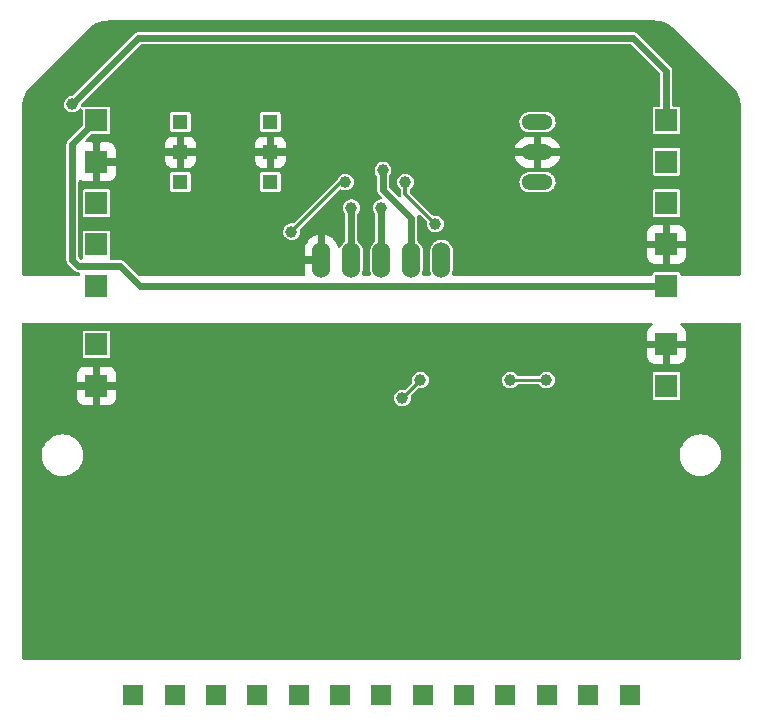
<source format=gbr>
%TF.GenerationSoftware,KiCad,Pcbnew,(6.0.10)*%
%TF.CreationDate,2023-01-23T12:48:01+01:00*%
%TF.ProjectId,BMS12v3,424d5331-3276-4332-9e6b-696361645f70,rev?*%
%TF.SameCoordinates,Original*%
%TF.FileFunction,Copper,L2,Bot*%
%TF.FilePolarity,Positive*%
%FSLAX46Y46*%
G04 Gerber Fmt 4.6, Leading zero omitted, Abs format (unit mm)*
G04 Created by KiCad (PCBNEW (6.0.10)) date 2023-01-23 12:48:01*
%MOMM*%
%LPD*%
G01*
G04 APERTURE LIST*
%TA.AperFunction,ComponentPad*%
%ADD10O,1.524000X3.048000*%
%TD*%
%TA.AperFunction,ComponentPad*%
%ADD11O,2.641600X1.320800*%
%TD*%
%TA.AperFunction,ComponentPad*%
%ADD12R,1.950000X1.950000*%
%TD*%
%TA.AperFunction,ComponentPad*%
%ADD13R,1.308000X1.308000*%
%TD*%
%TA.AperFunction,ComponentPad*%
%ADD14R,1.800000X1.800000*%
%TD*%
%TA.AperFunction,ViaPad*%
%ADD15C,1.006400*%
%TD*%
%TA.AperFunction,Conductor*%
%ADD16C,0.609600*%
%TD*%
%TA.AperFunction,Conductor*%
%ADD17C,0.254000*%
%TD*%
%TA.AperFunction,Conductor*%
%ADD18C,0.304800*%
%TD*%
G04 APERTURE END LIST*
D10*
%TO.P,PROG1,1,1*%
%TO.N,GND*%
X143421100Y-94843600D03*
%TO.P,PROG1,2,2*%
%TO.N,Net-(PROG1-Pad2)*%
X145961100Y-94843600D03*
%TO.P,PROG1,3,3*%
%TO.N,Net-(PROG1-Pad3)*%
X148501100Y-94843600D03*
%TO.P,PROG1,4,4*%
%TO.N,Net-(PROG1-Pad4)*%
X151041100Y-94843600D03*
%TO.P,PROG1,5,5*%
%TO.N,Net-(C2-Pad2)*%
X153581100Y-94843600D03*
%TD*%
D11*
%TO.P,LD1,AR,AR*%
%TO.N,Net-(LD1-PadAR)*%
X161709100Y-88239600D03*
%TO.P,LD1,AX,AG*%
%TO.N,Net-(LD1-PadAX)*%
X161709100Y-83159600D03*
%TO.P,LD1,C,C*%
%TO.N,GND*%
X161709100Y-85699600D03*
%TD*%
D12*
%TO.P,U$2,1,1*%
%TO.N,+12V*%
X124371100Y-97017600D03*
%TO.P,U$2,2,2*%
%TO.N,Net-(SN65-PadP$7)*%
X124371100Y-93517600D03*
%TO.P,U$2,3,3*%
%TO.N,Net-(SN65-PadP$6)*%
X124371100Y-90017600D03*
%TO.P,U$2,4,4*%
%TO.N,GND*%
X124371100Y-86517600D03*
%TO.P,U$2,5,5*%
%TO.N,Net-(U$19-Pad5)*%
X124371100Y-83017600D03*
%TD*%
D13*
%TO.P,U$31,1,1*%
%TO.N,Net-(U$3-Pad16)*%
X131483100Y-83159600D03*
%TO.P,U$31,2,2*%
%TO.N,Net-(U$3-Pad18)*%
X139103100Y-88239600D03*
%TO.P,U$31,4,4*%
%TO.N,Net-(U$3-Pad17)*%
X131483100Y-88239600D03*
%TO.P,U$31,8,8*%
%TO.N,Net-(U$3-Pad15)*%
X139103100Y-83159600D03*
%TO.P,U$31,C,C*%
%TO.N,GND*%
X131483100Y-85699600D03*
%TO.P,U$31,C2,C_*%
X139103100Y-85699600D03*
%TD*%
D12*
%TO.P,U$21,1,1*%
%TO.N,AGND*%
X124371100Y-105483600D03*
%TO.P,U$21,2,2*%
%TO.N,Net-(R15-Pad1)*%
X124371100Y-101983600D03*
%TD*%
%TO.P,U$20,1,1*%
%TO.N,AGND*%
X172631100Y-101983600D03*
%TO.P,U$20,2,2*%
%TO.N,Net-(R40-Pad1)*%
X172631100Y-105483600D03*
%TD*%
%TO.P,U$19,1,1*%
%TO.N,+12V*%
X172631100Y-83017600D03*
%TO.P,U$19,2,2*%
%TO.N,Net-(SN65-PadP$7)*%
X172631100Y-86517600D03*
%TO.P,U$19,3,3*%
%TO.N,Net-(SN65-PadP$6)*%
X172631100Y-90017600D03*
%TO.P,U$19,4,4*%
%TO.N,GND*%
X172631100Y-93517600D03*
%TO.P,U$19,5,5*%
%TO.N,Net-(U$19-Pad5)*%
X172631100Y-97017600D03*
%TD*%
D14*
%TO.P,U$18,1,1*%
%TO.N,Net-(R16-Pad1)*%
X127501100Y-131673600D03*
%TO.P,U$18,2,2*%
%TO.N,Net-(R1-Pad1)*%
X131001100Y-131673600D03*
%TO.P,U$18,3,3*%
%TO.N,Net-(R3-Pad1)*%
X134501100Y-131673600D03*
%TO.P,U$18,4,4*%
%TO.N,Net-(R30-Pad1)*%
X138001100Y-131673600D03*
%TO.P,U$18,5,5*%
%TO.N,Net-(R31-Pad1)*%
X141501100Y-131673600D03*
%TO.P,U$18,6,6*%
%TO.N,Net-(R32-Pad1)*%
X145001100Y-131673600D03*
%TO.P,U$18,7,7*%
%TO.N,Net-(R11-Pad1)*%
X148501100Y-131673600D03*
%TO.P,U$18,8,8*%
%TO.N,Net-(R18-Pad1)*%
X152001100Y-131673600D03*
%TO.P,U$18,9,9*%
%TO.N,Net-(R21-Pad1)*%
X155501100Y-131673600D03*
%TO.P,U$18,10,10*%
%TO.N,Net-(R23-Pad1)*%
X159001100Y-131673600D03*
%TO.P,U$18,11,11*%
%TO.N,Net-(R25-Pad1)*%
X162501100Y-131673600D03*
%TO.P,U$18,12,12*%
%TO.N,Net-(R27-Pad1)*%
X166001100Y-131673600D03*
%TO.P,U$18,13,13*%
%TO.N,AGND*%
X169501100Y-131673600D03*
%TD*%
D15*
%TO.N,AGND*%
X147231100Y-103860600D03*
X173647100Y-126466600D03*
X159423100Y-103479600D03*
X153581100Y-103860600D03*
X129197100Y-108305600D03*
X137713700Y-101574600D03*
X159423100Y-106527600D03*
X167297100Y-101193600D03*
X130086100Y-101574600D03*
%TO.N,GND*%
X142151100Y-88239600D03*
X155486100Y-82524600D03*
X157772100Y-94843600D03*
X160947100Y-95351600D03*
X150533100Y-86715600D03*
X130086100Y-92303600D03*
X146977100Y-79857600D03*
%TO.N,Net-(C14-Pad1)*%
X159423100Y-105003600D03*
X151803100Y-105003600D03*
X162471100Y-105003600D03*
X150279100Y-106527600D03*
%TO.N,+5V*%
X153073100Y-91795600D03*
X140881100Y-92430600D03*
X145453100Y-88239600D03*
X150533100Y-88239600D03*
%TO.N,+12V*%
X122339100Y-81635600D03*
%TO.N,Net-(PROG1-Pad2)*%
X145961100Y-90398600D03*
%TO.N,Net-(PROG1-Pad3)*%
X148501100Y-90398600D03*
%TO.N,Net-(PROG1-Pad4)*%
X148628100Y-87223600D03*
%TD*%
D16*
%TO.N,AGND*%
X130086100Y-101574600D02*
X129832100Y-101574600D01*
D17*
%TO.N,Net-(C14-Pad1)*%
X150279100Y-106527600D02*
X151803100Y-105003600D01*
X159423100Y-105003600D02*
X162471100Y-105003600D01*
D18*
%TO.N,+5V*%
X140881100Y-92430600D02*
X145072100Y-88239600D01*
X145072100Y-88239600D02*
X145453100Y-88239600D01*
X150533100Y-88239600D02*
X150533100Y-89255600D01*
X150533100Y-89255600D02*
X153073100Y-91795600D01*
D16*
%TO.N,+12V*%
X122339100Y-81635600D02*
X127927100Y-76047600D01*
X169837100Y-76047600D02*
X172631100Y-78841600D01*
X172631100Y-78841600D02*
X172631100Y-83017600D01*
X127927100Y-76047600D02*
X169837100Y-76047600D01*
%TO.N,Net-(PROG1-Pad2)*%
X145961100Y-94843600D02*
X145961100Y-90398600D01*
%TO.N,Net-(PROG1-Pad3)*%
X148501100Y-94843600D02*
X148501100Y-90398600D01*
%TO.N,Net-(PROG1-Pad4)*%
X151041100Y-94843600D02*
X151041100Y-91287600D01*
X148628100Y-88874600D02*
X148628100Y-87223600D01*
X151041100Y-91287600D02*
X148628100Y-88874600D01*
%TO.N,Net-(U$19-Pad5)*%
X128069100Y-97017600D02*
X172631100Y-97017600D01*
X122339100Y-85049600D02*
X124371100Y-83017600D01*
X122847100Y-95351600D02*
X122339100Y-94843600D01*
X122847100Y-95351600D02*
X126403100Y-95351600D01*
X126403100Y-95351600D02*
X128069100Y-97017600D01*
X122339100Y-94843600D02*
X122339100Y-85049600D01*
%TD*%
%TA.AperFunction,Conductor*%
%TO.N,AGND*%
G36*
X171373649Y-100147084D02*
G01*
X171429065Y-100202500D01*
X171449349Y-100278200D01*
X171429065Y-100353900D01*
X171375019Y-100408516D01*
X171256809Y-100478426D01*
X171241880Y-100490006D01*
X171137506Y-100594380D01*
X171125924Y-100609312D01*
X171050786Y-100736362D01*
X171043281Y-100753706D01*
X171001601Y-100897167D01*
X170998836Y-100912308D01*
X170996734Y-100939025D01*
X170996500Y-100944964D01*
X170996500Y-101633867D01*
X171000712Y-101649588D01*
X171016433Y-101653800D01*
X174245767Y-101653800D01*
X174261488Y-101649588D01*
X174265700Y-101633867D01*
X174265700Y-100944964D01*
X174265466Y-100939025D01*
X174263364Y-100912308D01*
X174260599Y-100897167D01*
X174218919Y-100753706D01*
X174211414Y-100736362D01*
X174136276Y-100609312D01*
X174124694Y-100594380D01*
X174020320Y-100490006D01*
X174005391Y-100478426D01*
X173887181Y-100408516D01*
X173832349Y-100352522D01*
X173812859Y-100276614D01*
X173833935Y-100201130D01*
X173889929Y-100146298D01*
X173964251Y-100126800D01*
X178804200Y-100126800D01*
X178879900Y-100147084D01*
X178935316Y-100202500D01*
X178955600Y-100278200D01*
X178955600Y-128076428D01*
X178953499Y-128081500D01*
X178955349Y-128085967D01*
X178954407Y-128102742D01*
X178940267Y-128354539D01*
X178938367Y-128371400D01*
X178912622Y-128522934D01*
X178907962Y-128550360D01*
X178875285Y-128621593D01*
X178811369Y-128666944D01*
X178758701Y-128676400D01*
X118243501Y-128676400D01*
X118167801Y-128656116D01*
X118112385Y-128600700D01*
X118094240Y-128550360D01*
X118063835Y-128371407D01*
X118061935Y-128354541D01*
X118046853Y-128085963D01*
X118048701Y-128081500D01*
X118046600Y-128076428D01*
X118046600Y-111460765D01*
X119748766Y-111460765D01*
X119749524Y-111466332D01*
X119749524Y-111466338D01*
X119777223Y-111669863D01*
X119783852Y-111718570D01*
X119856658Y-111968357D01*
X119965586Y-112204639D01*
X120108241Y-112422225D01*
X120111974Y-112426408D01*
X120111976Y-112426410D01*
X120277748Y-112612142D01*
X120277752Y-112612146D01*
X120281491Y-112616335D01*
X120481529Y-112782705D01*
X120703961Y-112917680D01*
X120943901Y-113018295D01*
X120949340Y-113019676D01*
X120949342Y-113019677D01*
X121190630Y-113080956D01*
X121190635Y-113080957D01*
X121196077Y-113082339D01*
X121312157Y-113094028D01*
X121408408Y-113103720D01*
X121408416Y-113103720D01*
X121412186Y-113104100D01*
X121566944Y-113104100D01*
X121760366Y-113089726D01*
X121765844Y-113088486D01*
X121765847Y-113088486D01*
X121921545Y-113053255D01*
X122014132Y-113032305D01*
X122050159Y-113018295D01*
X122251382Y-112940043D01*
X122256623Y-112938005D01*
X122482512Y-112808899D01*
X122686836Y-112647823D01*
X122690680Y-112643736D01*
X122690684Y-112643733D01*
X122771354Y-112557978D01*
X122865108Y-112458314D01*
X123013411Y-112244537D01*
X123128486Y-112011187D01*
X123207806Y-111763392D01*
X123214229Y-111723957D01*
X123248724Y-111512145D01*
X123249628Y-111506594D01*
X123250228Y-111460765D01*
X173749166Y-111460765D01*
X173749924Y-111466332D01*
X173749924Y-111466338D01*
X173777623Y-111669863D01*
X173784252Y-111718570D01*
X173857058Y-111968357D01*
X173965986Y-112204639D01*
X174108641Y-112422225D01*
X174112374Y-112426408D01*
X174112376Y-112426410D01*
X174278148Y-112612142D01*
X174278152Y-112612146D01*
X174281891Y-112616335D01*
X174481929Y-112782705D01*
X174704361Y-112917680D01*
X174944301Y-113018295D01*
X174949740Y-113019676D01*
X174949742Y-113019677D01*
X175191030Y-113080956D01*
X175191035Y-113080957D01*
X175196477Y-113082339D01*
X175312557Y-113094028D01*
X175408808Y-113103720D01*
X175408816Y-113103720D01*
X175412586Y-113104100D01*
X175567344Y-113104100D01*
X175760766Y-113089726D01*
X175766244Y-113088486D01*
X175766247Y-113088486D01*
X175921945Y-113053255D01*
X176014532Y-113032305D01*
X176050559Y-113018295D01*
X176251782Y-112940043D01*
X176257023Y-112938005D01*
X176482912Y-112808899D01*
X176687236Y-112647823D01*
X176691080Y-112643736D01*
X176691084Y-112643733D01*
X176771754Y-112557978D01*
X176865508Y-112458314D01*
X177013811Y-112244537D01*
X177128886Y-112011187D01*
X177208206Y-111763392D01*
X177214629Y-111723957D01*
X177249124Y-111512145D01*
X177250028Y-111506594D01*
X177253434Y-111246435D01*
X177246442Y-111195055D01*
X177219105Y-110994193D01*
X177218348Y-110988630D01*
X177145542Y-110738843D01*
X177036614Y-110502561D01*
X176893959Y-110284975D01*
X176890224Y-110280790D01*
X176724452Y-110095058D01*
X176724448Y-110095054D01*
X176720709Y-110090865D01*
X176520671Y-109924495D01*
X176298239Y-109789520D01*
X176058299Y-109688905D01*
X176052860Y-109687524D01*
X176052858Y-109687523D01*
X175811570Y-109626244D01*
X175811565Y-109626243D01*
X175806123Y-109624861D01*
X175690043Y-109613172D01*
X175593792Y-109603480D01*
X175593784Y-109603480D01*
X175590014Y-109603100D01*
X175435256Y-109603100D01*
X175241834Y-109617474D01*
X175236356Y-109618714D01*
X175236353Y-109618714D01*
X175080655Y-109653945D01*
X174988068Y-109674895D01*
X174982828Y-109676933D01*
X174982827Y-109676933D01*
X174946456Y-109691077D01*
X174745577Y-109769195D01*
X174519688Y-109898301D01*
X174315364Y-110059377D01*
X174311520Y-110063464D01*
X174311516Y-110063467D01*
X174230846Y-110149222D01*
X174137092Y-110248886D01*
X173988789Y-110462663D01*
X173873714Y-110696013D01*
X173794394Y-110943808D01*
X173793491Y-110949350D01*
X173793490Y-110949356D01*
X173787094Y-110988630D01*
X173752572Y-111200606D01*
X173749166Y-111460765D01*
X123250228Y-111460765D01*
X123253034Y-111246435D01*
X123246042Y-111195055D01*
X123218705Y-110994193D01*
X123217948Y-110988630D01*
X123145142Y-110738843D01*
X123036214Y-110502561D01*
X122893559Y-110284975D01*
X122889824Y-110280790D01*
X122724052Y-110095058D01*
X122724048Y-110095054D01*
X122720309Y-110090865D01*
X122520271Y-109924495D01*
X122297839Y-109789520D01*
X122057899Y-109688905D01*
X122052460Y-109687524D01*
X122052458Y-109687523D01*
X121811170Y-109626244D01*
X121811165Y-109626243D01*
X121805723Y-109624861D01*
X121689643Y-109613172D01*
X121593392Y-109603480D01*
X121593384Y-109603480D01*
X121589614Y-109603100D01*
X121434856Y-109603100D01*
X121241434Y-109617474D01*
X121235956Y-109618714D01*
X121235953Y-109618714D01*
X121080255Y-109653945D01*
X120987668Y-109674895D01*
X120982428Y-109676933D01*
X120982427Y-109676933D01*
X120946056Y-109691077D01*
X120745177Y-109769195D01*
X120519288Y-109898301D01*
X120314964Y-110059377D01*
X120311120Y-110063464D01*
X120311116Y-110063467D01*
X120230446Y-110149222D01*
X120136692Y-110248886D01*
X119988389Y-110462663D01*
X119873314Y-110696013D01*
X119793994Y-110943808D01*
X119793091Y-110949350D01*
X119793090Y-110949356D01*
X119786694Y-110988630D01*
X119752172Y-111200606D01*
X119748766Y-111460765D01*
X118046600Y-111460765D01*
X118046600Y-106522236D01*
X122736500Y-106522236D01*
X122736734Y-106528175D01*
X122738836Y-106554892D01*
X122741601Y-106570033D01*
X122783281Y-106713494D01*
X122790786Y-106730838D01*
X122865924Y-106857888D01*
X122877506Y-106872820D01*
X122981880Y-106977194D01*
X122996812Y-106988776D01*
X123123862Y-107063914D01*
X123141206Y-107071419D01*
X123284667Y-107113099D01*
X123299808Y-107115864D01*
X123326525Y-107117966D01*
X123332464Y-107118200D01*
X124021367Y-107118200D01*
X124037088Y-107113988D01*
X124041300Y-107098267D01*
X124700900Y-107098267D01*
X124705112Y-107113988D01*
X124720833Y-107118200D01*
X125409736Y-107118200D01*
X125415675Y-107117966D01*
X125442392Y-107115864D01*
X125457533Y-107113099D01*
X125600994Y-107071419D01*
X125618338Y-107063914D01*
X125745388Y-106988776D01*
X125760320Y-106977194D01*
X125864694Y-106872820D01*
X125876276Y-106857888D01*
X125951414Y-106730838D01*
X125958919Y-106713494D01*
X126000599Y-106570033D01*
X126003364Y-106554892D01*
X126005466Y-106528175D01*
X126005700Y-106522236D01*
X126005700Y-106520143D01*
X149567047Y-106520143D01*
X149569517Y-106542513D01*
X149580522Y-106642196D01*
X149585822Y-106690207D01*
X149588959Y-106698778D01*
X149588959Y-106698780D01*
X149594344Y-106713494D01*
X149644621Y-106850883D01*
X149649711Y-106858457D01*
X149734957Y-106985318D01*
X149734961Y-106985322D01*
X149740050Y-106992896D01*
X149866599Y-107108046D01*
X149874619Y-107112400D01*
X149874621Y-107112402D01*
X149998757Y-107179802D01*
X150016961Y-107189686D01*
X150025786Y-107192001D01*
X150025788Y-107192002D01*
X150054872Y-107199632D01*
X150182458Y-107233104D01*
X150261483Y-107234345D01*
X150344404Y-107235648D01*
X150344407Y-107235648D01*
X150353534Y-107235791D01*
X150362432Y-107233753D01*
X150362433Y-107233753D01*
X150400066Y-107225134D01*
X150520313Y-107197594D01*
X150528468Y-107193492D01*
X150528472Y-107193491D01*
X150665008Y-107124820D01*
X150673166Y-107120717D01*
X150803269Y-107009598D01*
X150808595Y-107002187D01*
X150808597Y-107002184D01*
X150897783Y-106878068D01*
X150897784Y-106878067D01*
X150903111Y-106870653D01*
X150908243Y-106857888D01*
X150963523Y-106720372D01*
X150966928Y-106711903D01*
X150974195Y-106660849D01*
X150990339Y-106547413D01*
X150990339Y-106547407D01*
X150991036Y-106542513D01*
X150991192Y-106527600D01*
X150985270Y-106478664D01*
X171452400Y-106478664D01*
X171464219Y-106538080D01*
X171509240Y-106605460D01*
X171576620Y-106650481D01*
X171636036Y-106662300D01*
X173626164Y-106662300D01*
X173685580Y-106650481D01*
X173752960Y-106605460D01*
X173797981Y-106538080D01*
X173809800Y-106478664D01*
X173809800Y-104488536D01*
X173797981Y-104429120D01*
X173752960Y-104361740D01*
X173740559Y-104353454D01*
X173697980Y-104325004D01*
X173697979Y-104325004D01*
X173685580Y-104316719D01*
X173626164Y-104304900D01*
X171636036Y-104304900D01*
X171576620Y-104316719D01*
X171564221Y-104325004D01*
X171564220Y-104325004D01*
X171521641Y-104353454D01*
X171509240Y-104361740D01*
X171464219Y-104429120D01*
X171452400Y-104488536D01*
X171452400Y-106478664D01*
X150985270Y-106478664D01*
X150973659Y-106382717D01*
X150984701Y-106305131D01*
X151016906Y-106257474D01*
X151533182Y-105741198D01*
X151601053Y-105702013D01*
X151678655Y-105701810D01*
X151706458Y-105709104D01*
X151787213Y-105710372D01*
X151868404Y-105711648D01*
X151868407Y-105711648D01*
X151877534Y-105711791D01*
X151886432Y-105709753D01*
X151886433Y-105709753D01*
X151924066Y-105701134D01*
X152044313Y-105673594D01*
X152052468Y-105669492D01*
X152052472Y-105669491D01*
X152189008Y-105600820D01*
X152197166Y-105596717D01*
X152327269Y-105485598D01*
X152332595Y-105478187D01*
X152332597Y-105478184D01*
X152421783Y-105354068D01*
X152421784Y-105354067D01*
X152427111Y-105346653D01*
X152435059Y-105326883D01*
X152474752Y-105228142D01*
X152490928Y-105187903D01*
X152515036Y-105018513D01*
X152515192Y-105003600D01*
X152514290Y-104996143D01*
X158711047Y-104996143D01*
X158712970Y-105013563D01*
X158726252Y-105133867D01*
X158729822Y-105166207D01*
X158732959Y-105174778D01*
X158732959Y-105174780D01*
X158740861Y-105196372D01*
X158788621Y-105326883D01*
X158825731Y-105382108D01*
X158878957Y-105461318D01*
X158878961Y-105461322D01*
X158884050Y-105468896D01*
X159010599Y-105584046D01*
X159018619Y-105588400D01*
X159018621Y-105588402D01*
X159142757Y-105655802D01*
X159160961Y-105665686D01*
X159169786Y-105668001D01*
X159169788Y-105668002D01*
X159198872Y-105675632D01*
X159326458Y-105709104D01*
X159405483Y-105710345D01*
X159488404Y-105711648D01*
X159488407Y-105711648D01*
X159497534Y-105711791D01*
X159506432Y-105709753D01*
X159506433Y-105709753D01*
X159544066Y-105701134D01*
X159664313Y-105673594D01*
X159672468Y-105669492D01*
X159672472Y-105669491D01*
X159809008Y-105600820D01*
X159817166Y-105596717D01*
X159947269Y-105485598D01*
X160010682Y-105397350D01*
X160071326Y-105347714D01*
X160133629Y-105334300D01*
X161760934Y-105334300D01*
X161836634Y-105354584D01*
X161886597Y-105401257D01*
X161926953Y-105461312D01*
X161926956Y-105461316D01*
X161932050Y-105468896D01*
X162058599Y-105584046D01*
X162066619Y-105588400D01*
X162066621Y-105588402D01*
X162190757Y-105655802D01*
X162208961Y-105665686D01*
X162217786Y-105668001D01*
X162217788Y-105668002D01*
X162246872Y-105675632D01*
X162374458Y-105709104D01*
X162453483Y-105710345D01*
X162536404Y-105711648D01*
X162536407Y-105711648D01*
X162545534Y-105711791D01*
X162554432Y-105709753D01*
X162554433Y-105709753D01*
X162592066Y-105701134D01*
X162712313Y-105673594D01*
X162720468Y-105669492D01*
X162720472Y-105669491D01*
X162857008Y-105600820D01*
X162865166Y-105596717D01*
X162995269Y-105485598D01*
X163000595Y-105478187D01*
X163000597Y-105478184D01*
X163089783Y-105354068D01*
X163089784Y-105354067D01*
X163095111Y-105346653D01*
X163103059Y-105326883D01*
X163142752Y-105228142D01*
X163158928Y-105187903D01*
X163183036Y-105018513D01*
X163183192Y-105003600D01*
X163162637Y-104833742D01*
X163102158Y-104673691D01*
X163057392Y-104608556D01*
X163010418Y-104540207D01*
X163010417Y-104540205D01*
X163005248Y-104532685D01*
X162963961Y-104495899D01*
X162884314Y-104424936D01*
X162884313Y-104424935D01*
X162877501Y-104418866D01*
X162869437Y-104414596D01*
X162869435Y-104414595D01*
X162734359Y-104343077D01*
X162726291Y-104338805D01*
X162707317Y-104334039D01*
X162569196Y-104299345D01*
X162569194Y-104299345D01*
X162560349Y-104297123D01*
X162551228Y-104297075D01*
X162551226Y-104297075D01*
X162469045Y-104296645D01*
X162389254Y-104296227D01*
X162222885Y-104336169D01*
X162214779Y-104340353D01*
X162214776Y-104340354D01*
X162104704Y-104397167D01*
X162070845Y-104414643D01*
X161941913Y-104527117D01*
X161885592Y-104607254D01*
X161884677Y-104608556D01*
X161824554Y-104658826D01*
X161760809Y-104672900D01*
X160133270Y-104672900D01*
X160057570Y-104652616D01*
X160008497Y-104607254D01*
X159957248Y-104532685D01*
X159915961Y-104495899D01*
X159836314Y-104424936D01*
X159836313Y-104424935D01*
X159829501Y-104418866D01*
X159821437Y-104414596D01*
X159821435Y-104414595D01*
X159686359Y-104343077D01*
X159678291Y-104338805D01*
X159659317Y-104334039D01*
X159521196Y-104299345D01*
X159521194Y-104299345D01*
X159512349Y-104297123D01*
X159503228Y-104297075D01*
X159503226Y-104297075D01*
X159421045Y-104296645D01*
X159341254Y-104296227D01*
X159174885Y-104336169D01*
X159166779Y-104340353D01*
X159166776Y-104340354D01*
X159056704Y-104397167D01*
X159022845Y-104414643D01*
X158893913Y-104527117D01*
X158795531Y-104667100D01*
X158733380Y-104826510D01*
X158711047Y-104996143D01*
X152514290Y-104996143D01*
X152494637Y-104833742D01*
X152434158Y-104673691D01*
X152389392Y-104608556D01*
X152342418Y-104540207D01*
X152342417Y-104540205D01*
X152337248Y-104532685D01*
X152295961Y-104495899D01*
X152216314Y-104424936D01*
X152216313Y-104424935D01*
X152209501Y-104418866D01*
X152201437Y-104414596D01*
X152201435Y-104414595D01*
X152066359Y-104343077D01*
X152058291Y-104338805D01*
X152039317Y-104334039D01*
X151901196Y-104299345D01*
X151901194Y-104299345D01*
X151892349Y-104297123D01*
X151883228Y-104297075D01*
X151883226Y-104297075D01*
X151801045Y-104296645D01*
X151721254Y-104296227D01*
X151554885Y-104336169D01*
X151546779Y-104340353D01*
X151546776Y-104340354D01*
X151436704Y-104397167D01*
X151402845Y-104414643D01*
X151273913Y-104527117D01*
X151175531Y-104667100D01*
X151113380Y-104826510D01*
X151091047Y-104996143D01*
X151092970Y-105013563D01*
X151108107Y-105150673D01*
X151096252Y-105228142D01*
X151064677Y-105274343D01*
X150548567Y-105790453D01*
X150480696Y-105829638D01*
X150404625Y-105830235D01*
X150377198Y-105823345D01*
X150377192Y-105823344D01*
X150368349Y-105821123D01*
X150359228Y-105821075D01*
X150359226Y-105821075D01*
X150277045Y-105820645D01*
X150197254Y-105820227D01*
X150030885Y-105860169D01*
X150022779Y-105864353D01*
X150022776Y-105864354D01*
X149886953Y-105934458D01*
X149878845Y-105938643D01*
X149749913Y-106051117D01*
X149651531Y-106191100D01*
X149589380Y-106350510D01*
X149567047Y-106520143D01*
X126005700Y-106520143D01*
X126005700Y-105833333D01*
X126001488Y-105817612D01*
X125985767Y-105813400D01*
X124720833Y-105813400D01*
X124705112Y-105817612D01*
X124700900Y-105833333D01*
X124700900Y-107098267D01*
X124041300Y-107098267D01*
X124041300Y-105833333D01*
X124037088Y-105817612D01*
X124021367Y-105813400D01*
X122756433Y-105813400D01*
X122740712Y-105817612D01*
X122736500Y-105833333D01*
X122736500Y-106522236D01*
X118046600Y-106522236D01*
X118046600Y-105133867D01*
X122736500Y-105133867D01*
X122740712Y-105149588D01*
X122756433Y-105153800D01*
X124021367Y-105153800D01*
X124037088Y-105149588D01*
X124041300Y-105133867D01*
X124700900Y-105133867D01*
X124705112Y-105149588D01*
X124720833Y-105153800D01*
X125985767Y-105153800D01*
X126001488Y-105149588D01*
X126005700Y-105133867D01*
X126005700Y-104444964D01*
X126005466Y-104439025D01*
X126003364Y-104412308D01*
X126000599Y-104397167D01*
X125958919Y-104253706D01*
X125951414Y-104236362D01*
X125876276Y-104109312D01*
X125864694Y-104094380D01*
X125760320Y-103990006D01*
X125745388Y-103978424D01*
X125618338Y-103903286D01*
X125600994Y-103895781D01*
X125457533Y-103854101D01*
X125442392Y-103851336D01*
X125415675Y-103849234D01*
X125409736Y-103849000D01*
X124720833Y-103849000D01*
X124705112Y-103853212D01*
X124700900Y-103868933D01*
X124700900Y-105133867D01*
X124041300Y-105133867D01*
X124041300Y-103868933D01*
X124037088Y-103853212D01*
X124021367Y-103849000D01*
X123332464Y-103849000D01*
X123326525Y-103849234D01*
X123299808Y-103851336D01*
X123284667Y-103854101D01*
X123141206Y-103895781D01*
X123123862Y-103903286D01*
X122996812Y-103978424D01*
X122981880Y-103990006D01*
X122877506Y-104094380D01*
X122865924Y-104109312D01*
X122790786Y-104236362D01*
X122783281Y-104253706D01*
X122741601Y-104397167D01*
X122738836Y-104412308D01*
X122736734Y-104439025D01*
X122736500Y-104444964D01*
X122736500Y-105133867D01*
X118046600Y-105133867D01*
X118046600Y-102978664D01*
X123192400Y-102978664D01*
X123204219Y-103038080D01*
X123249240Y-103105460D01*
X123316620Y-103150481D01*
X123376036Y-103162300D01*
X125366164Y-103162300D01*
X125425580Y-103150481D01*
X125492960Y-103105460D01*
X125537981Y-103038080D01*
X125541133Y-103022236D01*
X170996500Y-103022236D01*
X170996734Y-103028175D01*
X170998836Y-103054892D01*
X171001601Y-103070033D01*
X171043281Y-103213494D01*
X171050786Y-103230838D01*
X171125924Y-103357888D01*
X171137506Y-103372820D01*
X171241880Y-103477194D01*
X171256812Y-103488776D01*
X171383862Y-103563914D01*
X171401206Y-103571419D01*
X171544667Y-103613099D01*
X171559808Y-103615864D01*
X171586525Y-103617966D01*
X171592464Y-103618200D01*
X172281367Y-103618200D01*
X172297088Y-103613988D01*
X172301300Y-103598267D01*
X172960900Y-103598267D01*
X172965112Y-103613988D01*
X172980833Y-103618200D01*
X173669736Y-103618200D01*
X173675675Y-103617966D01*
X173702392Y-103615864D01*
X173717533Y-103613099D01*
X173860994Y-103571419D01*
X173878338Y-103563914D01*
X174005388Y-103488776D01*
X174020320Y-103477194D01*
X174124694Y-103372820D01*
X174136276Y-103357888D01*
X174211414Y-103230838D01*
X174218919Y-103213494D01*
X174260599Y-103070033D01*
X174263364Y-103054892D01*
X174265466Y-103028175D01*
X174265700Y-103022236D01*
X174265700Y-102333333D01*
X174261488Y-102317612D01*
X174245767Y-102313400D01*
X172980833Y-102313400D01*
X172965112Y-102317612D01*
X172960900Y-102333333D01*
X172960900Y-103598267D01*
X172301300Y-103598267D01*
X172301300Y-102333333D01*
X172297088Y-102317612D01*
X172281367Y-102313400D01*
X171016433Y-102313400D01*
X171000712Y-102317612D01*
X170996500Y-102333333D01*
X170996500Y-103022236D01*
X125541133Y-103022236D01*
X125549800Y-102978664D01*
X125549800Y-100988536D01*
X125537981Y-100929120D01*
X125492960Y-100861740D01*
X125425580Y-100816719D01*
X125366164Y-100804900D01*
X123376036Y-100804900D01*
X123316620Y-100816719D01*
X123249240Y-100861740D01*
X123204219Y-100929120D01*
X123192400Y-100988536D01*
X123192400Y-102978664D01*
X118046600Y-102978664D01*
X118046600Y-100278200D01*
X118066884Y-100202500D01*
X118122300Y-100147084D01*
X118198000Y-100126800D01*
X171297949Y-100126800D01*
X171373649Y-100147084D01*
G37*
%TD.AperFunction*%
%TD*%
%TA.AperFunction,Conductor*%
%TO.N,GND*%
G36*
X171579000Y-74551201D02*
G01*
X171583467Y-74549351D01*
X171852047Y-74564434D01*
X171868902Y-74566333D01*
X172130133Y-74610716D01*
X172146677Y-74614492D01*
X172401287Y-74687841D01*
X172417310Y-74693447D01*
X172662111Y-74794843D01*
X172677401Y-74802205D01*
X172771648Y-74854292D01*
X172909311Y-74930373D01*
X172923686Y-74939405D01*
X173139790Y-75092731D01*
X173153057Y-75103312D01*
X173350011Y-75279313D01*
X173350013Y-75279314D01*
X173353632Y-75282548D01*
X173355484Y-75287017D01*
X173360554Y-75289117D01*
X178215583Y-80144146D01*
X178217683Y-80149216D01*
X178222148Y-80151066D01*
X178233295Y-80163540D01*
X178401386Y-80351644D01*
X178411971Y-80364918D01*
X178565293Y-80581015D01*
X178574324Y-80595388D01*
X178693404Y-80810854D01*
X178702491Y-80827297D01*
X178709855Y-80842591D01*
X178796859Y-81052643D01*
X178811250Y-81087388D01*
X178816856Y-81103409D01*
X178831177Y-81153119D01*
X178890205Y-81358019D01*
X178893982Y-81374567D01*
X178938364Y-81635790D01*
X178938364Y-81635791D01*
X178940264Y-81652653D01*
X178955347Y-81921237D01*
X178953499Y-81925700D01*
X178955600Y-81930772D01*
X178955600Y-96013000D01*
X178935316Y-96088700D01*
X178879900Y-96144116D01*
X178804200Y-96164400D01*
X173960261Y-96164400D01*
X173884561Y-96144116D01*
X173829145Y-96088700D01*
X173809800Y-96028494D01*
X173809800Y-96022536D01*
X173797981Y-95963120D01*
X173752960Y-95895740D01*
X173705665Y-95864139D01*
X173697980Y-95859004D01*
X173697979Y-95859004D01*
X173685580Y-95850719D01*
X173626164Y-95838900D01*
X171636036Y-95838900D01*
X171576620Y-95850719D01*
X171564221Y-95859004D01*
X171564220Y-95859004D01*
X171556535Y-95864139D01*
X171509240Y-95895740D01*
X171464219Y-95963120D01*
X171452400Y-96022536D01*
X171452400Y-96028398D01*
X171425004Y-96101187D01*
X171364423Y-96150905D01*
X171301939Y-96164400D01*
X154622024Y-96164400D01*
X154546324Y-96144116D01*
X154490908Y-96088700D01*
X154470624Y-96013000D01*
X154483075Y-95952873D01*
X154485519Y-95947225D01*
X154506343Y-95899104D01*
X154514721Y-95859004D01*
X154545274Y-95712756D01*
X154545274Y-95712754D01*
X154546463Y-95707064D01*
X154546800Y-95700633D01*
X154546800Y-94556236D01*
X170996500Y-94556236D01*
X170996734Y-94562175D01*
X170998836Y-94588892D01*
X171001601Y-94604033D01*
X171043281Y-94747494D01*
X171050786Y-94764838D01*
X171125924Y-94891888D01*
X171137506Y-94906820D01*
X171241880Y-95011194D01*
X171256812Y-95022776D01*
X171383862Y-95097914D01*
X171401206Y-95105419D01*
X171544667Y-95147099D01*
X171559808Y-95149864D01*
X171586525Y-95151966D01*
X171592464Y-95152200D01*
X172281367Y-95152200D01*
X172297088Y-95147988D01*
X172301300Y-95132267D01*
X172960900Y-95132267D01*
X172965112Y-95147988D01*
X172980833Y-95152200D01*
X173669736Y-95152200D01*
X173675675Y-95151966D01*
X173702392Y-95149864D01*
X173717533Y-95147099D01*
X173860994Y-95105419D01*
X173878338Y-95097914D01*
X174005388Y-95022776D01*
X174020320Y-95011194D01*
X174124694Y-94906820D01*
X174136276Y-94891888D01*
X174211414Y-94764838D01*
X174218919Y-94747494D01*
X174260599Y-94604033D01*
X174263364Y-94588892D01*
X174265466Y-94562175D01*
X174265700Y-94556236D01*
X174265700Y-93867333D01*
X174261488Y-93851612D01*
X174245767Y-93847400D01*
X172980833Y-93847400D01*
X172965112Y-93851612D01*
X172960900Y-93867333D01*
X172960900Y-95132267D01*
X172301300Y-95132267D01*
X172301300Y-93867333D01*
X172297088Y-93851612D01*
X172281367Y-93847400D01*
X171016433Y-93847400D01*
X171000712Y-93851612D01*
X170996500Y-93867333D01*
X170996500Y-94556236D01*
X154546800Y-94556236D01*
X154546800Y-94032573D01*
X154531954Y-93886418D01*
X154521047Y-93851612D01*
X154484532Y-93735095D01*
X154473286Y-93699208D01*
X154378173Y-93527620D01*
X154250500Y-93378661D01*
X154095482Y-93258417D01*
X153989994Y-93206510D01*
X153926332Y-93175184D01*
X153926329Y-93175183D01*
X153919452Y-93171799D01*
X153904357Y-93167867D01*
X170996500Y-93167867D01*
X171000712Y-93183588D01*
X171016433Y-93187800D01*
X172281367Y-93187800D01*
X172297088Y-93183588D01*
X172301300Y-93167867D01*
X172960900Y-93167867D01*
X172965112Y-93183588D01*
X172980833Y-93187800D01*
X174245767Y-93187800D01*
X174261488Y-93183588D01*
X174265700Y-93167867D01*
X174265700Y-92478964D01*
X174265466Y-92473025D01*
X174263364Y-92446308D01*
X174260599Y-92431167D01*
X174218919Y-92287706D01*
X174211414Y-92270362D01*
X174136276Y-92143312D01*
X174124694Y-92128380D01*
X174020320Y-92024006D01*
X174005388Y-92012424D01*
X173878338Y-91937286D01*
X173860994Y-91929781D01*
X173717533Y-91888101D01*
X173702392Y-91885336D01*
X173675675Y-91883234D01*
X173669736Y-91883000D01*
X172980833Y-91883000D01*
X172965112Y-91887212D01*
X172960900Y-91902933D01*
X172960900Y-93167867D01*
X172301300Y-93167867D01*
X172301300Y-91902933D01*
X172297088Y-91887212D01*
X172281367Y-91883000D01*
X171592464Y-91883000D01*
X171586525Y-91883234D01*
X171559808Y-91885336D01*
X171544667Y-91888101D01*
X171401206Y-91929781D01*
X171383862Y-91937286D01*
X171256812Y-92012424D01*
X171241880Y-92024006D01*
X171137506Y-92128380D01*
X171125924Y-92143312D01*
X171050786Y-92270362D01*
X171043281Y-92287706D01*
X171001601Y-92431167D01*
X170998836Y-92446308D01*
X170996734Y-92473025D01*
X170996500Y-92478964D01*
X170996500Y-93167867D01*
X153904357Y-93167867D01*
X153729600Y-93122346D01*
X153631641Y-93117212D01*
X153541336Y-93112480D01*
X153541335Y-93112480D01*
X153533683Y-93112079D01*
X153339702Y-93141416D01*
X153332509Y-93144062D01*
X153332507Y-93144063D01*
X153235693Y-93179684D01*
X153155582Y-93209159D01*
X153110858Y-93236889D01*
X152995361Y-93308499D01*
X152995359Y-93308501D01*
X152988844Y-93312540D01*
X152846300Y-93447338D01*
X152841900Y-93453622D01*
X152738173Y-93601758D01*
X152738171Y-93601762D01*
X152733772Y-93608044D01*
X152655857Y-93788096D01*
X152654288Y-93795608D01*
X152654287Y-93795610D01*
X152623614Y-93942432D01*
X152615737Y-93980136D01*
X152615400Y-93986567D01*
X152615400Y-95654627D01*
X152630246Y-95800782D01*
X152677909Y-95952873D01*
X152682563Y-95967725D01*
X152685845Y-96046027D01*
X152649536Y-96115479D01*
X152583366Y-96157472D01*
X152538091Y-96164400D01*
X152082024Y-96164400D01*
X152006324Y-96144116D01*
X151950908Y-96088700D01*
X151930624Y-96013000D01*
X151943075Y-95952873D01*
X151945519Y-95947225D01*
X151966343Y-95899104D01*
X151974721Y-95859004D01*
X152005274Y-95712756D01*
X152005274Y-95712754D01*
X152006463Y-95707064D01*
X152006800Y-95700633D01*
X152006800Y-94032573D01*
X151991954Y-93886418D01*
X151981047Y-93851612D01*
X151944532Y-93735095D01*
X151933286Y-93699208D01*
X151838173Y-93527620D01*
X151710500Y-93378661D01*
X151608206Y-93299314D01*
X151560823Y-93236889D01*
X151549600Y-93179684D01*
X151549600Y-91360227D01*
X151550088Y-91348084D01*
X151550793Y-91339322D01*
X151553174Y-91328800D01*
X151549891Y-91275880D01*
X151549600Y-91266506D01*
X151549600Y-91251087D01*
X151548838Y-91245762D01*
X151548837Y-91245754D01*
X151548260Y-91241727D01*
X151547023Y-91229645D01*
X151544823Y-91194191D01*
X151544155Y-91183422D01*
X151540491Y-91173274D01*
X151538304Y-91162713D01*
X151538435Y-91162686D01*
X151534924Y-91148607D01*
X151534571Y-91146146D01*
X151543901Y-91068333D01*
X151590887Y-91005610D01*
X151662941Y-90974784D01*
X151740754Y-90984114D01*
X151791493Y-91017594D01*
X152331636Y-91557737D01*
X152370821Y-91625608D01*
X152374685Y-91684555D01*
X152369476Y-91724123D01*
X152361047Y-91788143D01*
X152362970Y-91805563D01*
X152376684Y-91929781D01*
X152379822Y-91958207D01*
X152382959Y-91966778D01*
X152382959Y-91966780D01*
X152390861Y-91988372D01*
X152438621Y-92118883D01*
X152443711Y-92126457D01*
X152528957Y-92253318D01*
X152528961Y-92253322D01*
X152534050Y-92260896D01*
X152660599Y-92376046D01*
X152668619Y-92380400D01*
X152668621Y-92380402D01*
X152747341Y-92423143D01*
X152810961Y-92457686D01*
X152819786Y-92460001D01*
X152819788Y-92460002D01*
X152967630Y-92498788D01*
X152976458Y-92501104D01*
X153055483Y-92502345D01*
X153138404Y-92503648D01*
X153138407Y-92503648D01*
X153147534Y-92503791D01*
X153156432Y-92501753D01*
X153156433Y-92501753D01*
X153194066Y-92493134D01*
X153314313Y-92465594D01*
X153322468Y-92461492D01*
X153322472Y-92461491D01*
X153459008Y-92392820D01*
X153467166Y-92388717D01*
X153597269Y-92277598D01*
X153602595Y-92270187D01*
X153602597Y-92270184D01*
X153691783Y-92146068D01*
X153691784Y-92146067D01*
X153697111Y-92138653D01*
X153705059Y-92118883D01*
X153721408Y-92078212D01*
X153760928Y-91979903D01*
X153766994Y-91937286D01*
X153784339Y-91815413D01*
X153784339Y-91815407D01*
X153785036Y-91810513D01*
X153785192Y-91795600D01*
X153781774Y-91767354D01*
X153765734Y-91634804D01*
X153765733Y-91634801D01*
X153764637Y-91625742D01*
X153704158Y-91465691D01*
X153607248Y-91324685D01*
X153518658Y-91245754D01*
X153486314Y-91216936D01*
X153486313Y-91216935D01*
X153479501Y-91210866D01*
X153471437Y-91206596D01*
X153471435Y-91206595D01*
X153357265Y-91146146D01*
X153328291Y-91130805D01*
X153252757Y-91111832D01*
X153171196Y-91091345D01*
X153171194Y-91091345D01*
X153162349Y-91089123D01*
X153153228Y-91089075D01*
X153153226Y-91089075D01*
X153071045Y-91088645D01*
X152991254Y-91088227D01*
X152982376Y-91090358D01*
X152982371Y-91090359D01*
X152975376Y-91092038D01*
X152897033Y-91089986D01*
X152832979Y-91051877D01*
X152793766Y-91012664D01*
X171452400Y-91012664D01*
X171464219Y-91072080D01*
X171472504Y-91084479D01*
X171472504Y-91084480D01*
X171476183Y-91089986D01*
X171509240Y-91139460D01*
X171576620Y-91184481D01*
X171636036Y-91196300D01*
X173626164Y-91196300D01*
X173685580Y-91184481D01*
X173752960Y-91139460D01*
X173786017Y-91089986D01*
X173789696Y-91084480D01*
X173789696Y-91084479D01*
X173797981Y-91072080D01*
X173809800Y-91012664D01*
X173809800Y-89022536D01*
X173797981Y-88963120D01*
X173785944Y-88945104D01*
X173761246Y-88908141D01*
X173752960Y-88895740D01*
X173720275Y-88873901D01*
X173697980Y-88859004D01*
X173697979Y-88859004D01*
X173685580Y-88850719D01*
X173626164Y-88838900D01*
X171636036Y-88838900D01*
X171576620Y-88850719D01*
X171564221Y-88859004D01*
X171564220Y-88859004D01*
X171541925Y-88873901D01*
X171509240Y-88895740D01*
X171500954Y-88908141D01*
X171476257Y-88945104D01*
X171464219Y-88963120D01*
X171452400Y-89022536D01*
X171452400Y-91012664D01*
X152793766Y-91012664D01*
X150933544Y-89152442D01*
X150894359Y-89084571D01*
X150889200Y-89045386D01*
X150889200Y-88934939D01*
X150909484Y-88859239D01*
X150942273Y-88819814D01*
X150944860Y-88817605D01*
X151057269Y-88721598D01*
X151062595Y-88714187D01*
X151062597Y-88714184D01*
X151151783Y-88590068D01*
X151151784Y-88590067D01*
X151157111Y-88582653D01*
X151165059Y-88562883D01*
X151201053Y-88473344D01*
X151220928Y-88423903D01*
X151226256Y-88386473D01*
X151244339Y-88259413D01*
X151244339Y-88259407D01*
X151245036Y-88254513D01*
X151245192Y-88239600D01*
X151240311Y-88199267D01*
X151239320Y-88191080D01*
X160180860Y-88191080D01*
X160190686Y-88378568D01*
X160192862Y-88386469D01*
X160192863Y-88386473D01*
X160200685Y-88414870D01*
X160240543Y-88559572D01*
X160328105Y-88725648D01*
X160449286Y-88869047D01*
X160598434Y-88983078D01*
X160605865Y-88986543D01*
X160761156Y-89058958D01*
X160761161Y-89058960D01*
X160768588Y-89062423D01*
X160776587Y-89064211D01*
X160776590Y-89064212D01*
X160945752Y-89102024D01*
X160945759Y-89102025D01*
X160951812Y-89103378D01*
X160957571Y-89103700D01*
X162416401Y-89103700D01*
X162475350Y-89097296D01*
X162547995Y-89089405D01*
X162547999Y-89089404D01*
X162556147Y-89088519D01*
X162563916Y-89085904D01*
X162563918Y-89085904D01*
X162726313Y-89031252D01*
X162726314Y-89031252D01*
X162734086Y-89028636D01*
X162872026Y-88945753D01*
X162887982Y-88936166D01*
X162887983Y-88936165D01*
X162895015Y-88931940D01*
X163031425Y-88802943D01*
X163079701Y-88731907D01*
X163132348Y-88654440D01*
X163132349Y-88654438D01*
X163136954Y-88647662D01*
X163139995Y-88640058D01*
X163139998Y-88640053D01*
X163203631Y-88480956D01*
X163206676Y-88473344D01*
X163237340Y-88288120D01*
X163227514Y-88100632D01*
X163219506Y-88071557D01*
X163200829Y-88003752D01*
X163177657Y-87919628D01*
X163098074Y-87768685D01*
X163093916Y-87760799D01*
X163093916Y-87760798D01*
X163090095Y-87753552D01*
X162968914Y-87610153D01*
X162841402Y-87512664D01*
X171452400Y-87512664D01*
X171464219Y-87572080D01*
X171472504Y-87584479D01*
X171472504Y-87584480D01*
X171489658Y-87610153D01*
X171509240Y-87639460D01*
X171521641Y-87647746D01*
X171555877Y-87670621D01*
X171576620Y-87684481D01*
X171636036Y-87696300D01*
X173626164Y-87696300D01*
X173685580Y-87684481D01*
X173706324Y-87670621D01*
X173740559Y-87647746D01*
X173752960Y-87639460D01*
X173772542Y-87610153D01*
X173789696Y-87584480D01*
X173789696Y-87584479D01*
X173797981Y-87572080D01*
X173809800Y-87512664D01*
X173809800Y-85522536D01*
X173797981Y-85463120D01*
X173752960Y-85395740D01*
X173740559Y-85387454D01*
X173697980Y-85359004D01*
X173697979Y-85359004D01*
X173685580Y-85350719D01*
X173626164Y-85338900D01*
X171636036Y-85338900D01*
X171576620Y-85350719D01*
X171564221Y-85359004D01*
X171564220Y-85359004D01*
X171521641Y-85387454D01*
X171509240Y-85395740D01*
X171464219Y-85463120D01*
X171452400Y-85522536D01*
X171452400Y-87512664D01*
X162841402Y-87512664D01*
X162819766Y-87496122D01*
X162731126Y-87454788D01*
X162657044Y-87420242D01*
X162657039Y-87420240D01*
X162649612Y-87416777D01*
X162641613Y-87414989D01*
X162641610Y-87414988D01*
X162472448Y-87377176D01*
X162472441Y-87377175D01*
X162466388Y-87375822D01*
X162460629Y-87375500D01*
X161001799Y-87375500D01*
X160942885Y-87381900D01*
X160870205Y-87389795D01*
X160870201Y-87389796D01*
X160862053Y-87390681D01*
X160854284Y-87393296D01*
X160854282Y-87393296D01*
X160719248Y-87438740D01*
X160684114Y-87450564D01*
X160567313Y-87520745D01*
X160544658Y-87534358D01*
X160523185Y-87547260D01*
X160386775Y-87676257D01*
X160281246Y-87831538D01*
X160278205Y-87839142D01*
X160278202Y-87839147D01*
X160257108Y-87891888D01*
X160211524Y-88005856D01*
X160203553Y-88054007D01*
X160187297Y-88152200D01*
X160180860Y-88191080D01*
X151239320Y-88191080D01*
X151225734Y-88078804D01*
X151225733Y-88078801D01*
X151224637Y-88069742D01*
X151164158Y-87909691D01*
X151067248Y-87768685D01*
X150984377Y-87694849D01*
X150946314Y-87660936D01*
X150946313Y-87660935D01*
X150939501Y-87654866D01*
X150931437Y-87650596D01*
X150931435Y-87650595D01*
X150855052Y-87610153D01*
X150788291Y-87574805D01*
X150738009Y-87562175D01*
X150631196Y-87535345D01*
X150631194Y-87535345D01*
X150622349Y-87533123D01*
X150613228Y-87533075D01*
X150613226Y-87533075D01*
X150531045Y-87532645D01*
X150451254Y-87532227D01*
X150284885Y-87572169D01*
X150276779Y-87576353D01*
X150276776Y-87576354D01*
X150140953Y-87646458D01*
X150132845Y-87650643D01*
X150003913Y-87763117D01*
X149998668Y-87770580D01*
X149998667Y-87770581D01*
X149994713Y-87776207D01*
X149905531Y-87903100D01*
X149902217Y-87911601D01*
X149902215Y-87911604D01*
X149854749Y-88033350D01*
X149843380Y-88062510D01*
X149821047Y-88232143D01*
X149822970Y-88249563D01*
X149836309Y-88370383D01*
X149839822Y-88402207D01*
X149842959Y-88410778D01*
X149842959Y-88410780D01*
X149850861Y-88432372D01*
X149898621Y-88562883D01*
X149903711Y-88570457D01*
X149988957Y-88697318D01*
X149988961Y-88697322D01*
X149994050Y-88704896D01*
X150023735Y-88731907D01*
X150120599Y-88820046D01*
X150119607Y-88821136D01*
X150163258Y-88873901D01*
X150177000Y-88936926D01*
X150177000Y-89201468D01*
X150175681Y-89213860D01*
X150175700Y-89213861D01*
X150175111Y-89226357D01*
X150172476Y-89238593D01*
X150173947Y-89251022D01*
X150173947Y-89251023D01*
X150176105Y-89269260D01*
X150176640Y-89274582D01*
X150177000Y-89278939D01*
X150177000Y-89285184D01*
X150178025Y-89291341D01*
X150178026Y-89291356D01*
X150179842Y-89302266D01*
X150180846Y-89309321D01*
X150183080Y-89328193D01*
X150171836Y-89405753D01*
X150123319Y-89467299D01*
X150050528Y-89496341D01*
X149972968Y-89485097D01*
X149925674Y-89453047D01*
X149180944Y-88708317D01*
X149141759Y-88640446D01*
X149136600Y-88601261D01*
X149136600Y-87776158D01*
X149156884Y-87700458D01*
X149165041Y-87687823D01*
X149252111Y-87566653D01*
X149260059Y-87546883D01*
X149299830Y-87447948D01*
X149315928Y-87407903D01*
X149318506Y-87389795D01*
X149339339Y-87243413D01*
X149339339Y-87243407D01*
X149340036Y-87238513D01*
X149340192Y-87223600D01*
X149319637Y-87053742D01*
X149259158Y-86893691D01*
X149162248Y-86752685D01*
X149034501Y-86638866D01*
X149026437Y-86634596D01*
X149026435Y-86634595D01*
X148891359Y-86563077D01*
X148883291Y-86558805D01*
X148864317Y-86554039D01*
X148726196Y-86519345D01*
X148726194Y-86519345D01*
X148717349Y-86517123D01*
X148708228Y-86517075D01*
X148708226Y-86517075D01*
X148626045Y-86516645D01*
X148546254Y-86516227D01*
X148379885Y-86556169D01*
X148371779Y-86560353D01*
X148371776Y-86560354D01*
X148244904Y-86625838D01*
X148227845Y-86634643D01*
X148098913Y-86747117D01*
X148093668Y-86754580D01*
X148093667Y-86754581D01*
X148033030Y-86840859D01*
X148000531Y-86887100D01*
X147997217Y-86895601D01*
X147997215Y-86895604D01*
X147951458Y-87012966D01*
X147938380Y-87046510D01*
X147916047Y-87216143D01*
X147917970Y-87233563D01*
X147933689Y-87375943D01*
X147934822Y-87386207D01*
X147937959Y-87394778D01*
X147937959Y-87394780D01*
X147945354Y-87414988D01*
X147993621Y-87546883D01*
X148047497Y-87627059D01*
X148089050Y-87688896D01*
X148087589Y-87689878D01*
X148116918Y-87750546D01*
X148119600Y-87778916D01*
X148119600Y-88801964D01*
X148119112Y-88814104D01*
X148118406Y-88822882D01*
X148116026Y-88833400D01*
X148119167Y-88884033D01*
X148119309Y-88886318D01*
X148119600Y-88895693D01*
X148119600Y-88911113D01*
X148120362Y-88916438D01*
X148120363Y-88916446D01*
X148120940Y-88920473D01*
X148122177Y-88932555D01*
X148124074Y-88963120D01*
X148125045Y-88978777D01*
X148128708Y-88988922D01*
X148130713Y-88998605D01*
X148133490Y-89008103D01*
X148135020Y-89018787D01*
X148154199Y-89060969D01*
X148158772Y-89072202D01*
X148174504Y-89115781D01*
X148180869Y-89124494D01*
X148185511Y-89133224D01*
X148190841Y-89141558D01*
X148195308Y-89151382D01*
X148225551Y-89186481D01*
X148233095Y-89195982D01*
X148240525Y-89206152D01*
X148250828Y-89216455D01*
X148258468Y-89224683D01*
X148270454Y-89238593D01*
X148290387Y-89261727D01*
X148299438Y-89267594D01*
X148307564Y-89274682D01*
X148307315Y-89274967D01*
X148317923Y-89283550D01*
X148475129Y-89440756D01*
X148514314Y-89508627D01*
X148514314Y-89586997D01*
X148475129Y-89654868D01*
X148403417Y-89695029D01*
X148261759Y-89729038D01*
X148261755Y-89729039D01*
X148252885Y-89731169D01*
X148244779Y-89735353D01*
X148244776Y-89735354D01*
X148221862Y-89747181D01*
X148100845Y-89809643D01*
X147971913Y-89922117D01*
X147873531Y-90062100D01*
X147811380Y-90221510D01*
X147810189Y-90230557D01*
X147790601Y-90379343D01*
X147789047Y-90391143D01*
X147807822Y-90561207D01*
X147810959Y-90569778D01*
X147810959Y-90569780D01*
X147818861Y-90591372D01*
X147866621Y-90721883D01*
X147871711Y-90729457D01*
X147962050Y-90863896D01*
X147960589Y-90864878D01*
X147989918Y-90925546D01*
X147992600Y-90953916D01*
X147992600Y-93176341D01*
X147972316Y-93252041D01*
X147920984Y-93305013D01*
X147915361Y-93308499D01*
X147915359Y-93308501D01*
X147908844Y-93312540D01*
X147766300Y-93447338D01*
X147761900Y-93453622D01*
X147658173Y-93601758D01*
X147658171Y-93601762D01*
X147653772Y-93608044D01*
X147575857Y-93788096D01*
X147574288Y-93795608D01*
X147574287Y-93795610D01*
X147543614Y-93942432D01*
X147535737Y-93980136D01*
X147535400Y-93986567D01*
X147535400Y-95654627D01*
X147550246Y-95800782D01*
X147597909Y-95952873D01*
X147602563Y-95967725D01*
X147605845Y-96046027D01*
X147569536Y-96115479D01*
X147503366Y-96157472D01*
X147458091Y-96164400D01*
X147002024Y-96164400D01*
X146926324Y-96144116D01*
X146870908Y-96088700D01*
X146850624Y-96013000D01*
X146863075Y-95952873D01*
X146865519Y-95947225D01*
X146886343Y-95899104D01*
X146894721Y-95859004D01*
X146925274Y-95712756D01*
X146925274Y-95712754D01*
X146926463Y-95707064D01*
X146926800Y-95700633D01*
X146926800Y-94032573D01*
X146911954Y-93886418D01*
X146901047Y-93851612D01*
X146864532Y-93735095D01*
X146853286Y-93699208D01*
X146758173Y-93527620D01*
X146630500Y-93378661D01*
X146528206Y-93299314D01*
X146480823Y-93236889D01*
X146469600Y-93179684D01*
X146469600Y-90951158D01*
X146489884Y-90875458D01*
X146498041Y-90862823D01*
X146585111Y-90741653D01*
X146593059Y-90721883D01*
X146645523Y-90591372D01*
X146648928Y-90582903D01*
X146669863Y-90435812D01*
X146672339Y-90418413D01*
X146672339Y-90418407D01*
X146673036Y-90413513D01*
X146673192Y-90398600D01*
X146652637Y-90228742D01*
X146592158Y-90068691D01*
X146495248Y-89927685D01*
X146367501Y-89813866D01*
X146359437Y-89809596D01*
X146359435Y-89809595D01*
X146224359Y-89738077D01*
X146216291Y-89733805D01*
X146197313Y-89729038D01*
X146059196Y-89694345D01*
X146059194Y-89694345D01*
X146050349Y-89692123D01*
X146041228Y-89692075D01*
X146041226Y-89692075D01*
X145959045Y-89691645D01*
X145879254Y-89691227D01*
X145712885Y-89731169D01*
X145704779Y-89735353D01*
X145704776Y-89735354D01*
X145681862Y-89747181D01*
X145560845Y-89809643D01*
X145431913Y-89922117D01*
X145333531Y-90062100D01*
X145271380Y-90221510D01*
X145270189Y-90230557D01*
X145250601Y-90379343D01*
X145249047Y-90391143D01*
X145267822Y-90561207D01*
X145270959Y-90569778D01*
X145270959Y-90569780D01*
X145278861Y-90591372D01*
X145326621Y-90721883D01*
X145331711Y-90729457D01*
X145422050Y-90863896D01*
X145420589Y-90864878D01*
X145449918Y-90925546D01*
X145452600Y-90953916D01*
X145452600Y-93176341D01*
X145432316Y-93252041D01*
X145380984Y-93305013D01*
X145375361Y-93308499D01*
X145375359Y-93308501D01*
X145368844Y-93312540D01*
X145226300Y-93447338D01*
X145221900Y-93453622D01*
X145118173Y-93601758D01*
X145118171Y-93601762D01*
X145113772Y-93608044D01*
X145110725Y-93615086D01*
X145110723Y-93615089D01*
X145071836Y-93704953D01*
X145023157Y-93766372D01*
X144950290Y-93795223D01*
X144872761Y-93783774D01*
X144811342Y-93735095D01*
X144786344Y-93682863D01*
X144768444Y-93613900D01*
X144764199Y-93601844D01*
X144670381Y-93393575D01*
X144664162Y-93382402D01*
X144536592Y-93192916D01*
X144528588Y-93182961D01*
X144370917Y-93017679D01*
X144361339Y-93009205D01*
X144178074Y-92872852D01*
X144167210Y-92866116D01*
X143963596Y-92762594D01*
X143951746Y-92757782D01*
X143769935Y-92701328D01*
X143753675Y-92700689D01*
X143751249Y-92704533D01*
X143750900Y-92706836D01*
X143750900Y-95022000D01*
X143730616Y-95097700D01*
X143675200Y-95153116D01*
X143599500Y-95173400D01*
X142019433Y-95173400D01*
X142003712Y-95177612D01*
X141999500Y-95193333D01*
X141999500Y-95662985D01*
X141999770Y-95669359D01*
X142014215Y-95839604D01*
X142016368Y-95852197D01*
X142048232Y-95974964D01*
X142047617Y-96053332D01*
X142007900Y-96120893D01*
X141939724Y-96159544D01*
X141901688Y-96164400D01*
X127997739Y-96164400D01*
X127922039Y-96144116D01*
X127890683Y-96120056D01*
X126814026Y-95043399D01*
X126805785Y-95034468D01*
X126800079Y-95027763D01*
X126794324Y-95018642D01*
X126786242Y-95011504D01*
X126786240Y-95011502D01*
X126754574Y-94983536D01*
X126747740Y-94977113D01*
X126736845Y-94966218D01*
X126729285Y-94960552D01*
X126719875Y-94952891D01*
X126693232Y-94929360D01*
X126693229Y-94929358D01*
X126685149Y-94922222D01*
X126675386Y-94917638D01*
X126667115Y-94912206D01*
X126658440Y-94907456D01*
X126649805Y-94900984D01*
X126639708Y-94897199D01*
X126639701Y-94897195D01*
X126606419Y-94884719D01*
X126595229Y-94880004D01*
X126553300Y-94860319D01*
X126542647Y-94858660D01*
X126533180Y-94855766D01*
X126523515Y-94853641D01*
X126513416Y-94849855D01*
X126467221Y-94846423D01*
X126455150Y-94845037D01*
X126442714Y-94843100D01*
X126428134Y-94843100D01*
X126416915Y-94842684D01*
X126378912Y-94839860D01*
X126368159Y-94839061D01*
X126357612Y-94841312D01*
X126346853Y-94842046D01*
X126346827Y-94841668D01*
X126333261Y-94843100D01*
X125640141Y-94843100D01*
X125564441Y-94822816D01*
X125509025Y-94767400D01*
X125488741Y-94691700D01*
X125509025Y-94616000D01*
X125514245Y-94607605D01*
X125537981Y-94572080D01*
X125549800Y-94512664D01*
X125549800Y-94493867D01*
X141999500Y-94493867D01*
X142003712Y-94509588D01*
X142019433Y-94513800D01*
X143071367Y-94513800D01*
X143087088Y-94509588D01*
X143091300Y-94493867D01*
X143091300Y-92718144D01*
X143087088Y-92702423D01*
X143080121Y-92700557D01*
X143017382Y-92713720D01*
X143005151Y-92717390D01*
X142792688Y-92801296D01*
X142781235Y-92806981D01*
X142585950Y-92925483D01*
X142575631Y-92933008D01*
X142403094Y-93082728D01*
X142394192Y-93091883D01*
X142249349Y-93268531D01*
X142242114Y-93279058D01*
X142129110Y-93477578D01*
X142123752Y-93489173D01*
X142045809Y-93703902D01*
X142042481Y-93716237D01*
X142001578Y-93942432D01*
X142000457Y-93952308D01*
X141999584Y-93970830D01*
X141999500Y-93974390D01*
X141999500Y-94493867D01*
X125549800Y-94493867D01*
X125549800Y-92522536D01*
X125537981Y-92463120D01*
X125511270Y-92423143D01*
X140169047Y-92423143D01*
X140173734Y-92465594D01*
X140177951Y-92503791D01*
X140187822Y-92593207D01*
X140190959Y-92601778D01*
X140190959Y-92601780D01*
X140198861Y-92623372D01*
X140246621Y-92753883D01*
X140251711Y-92761457D01*
X140336957Y-92888318D01*
X140336961Y-92888322D01*
X140342050Y-92895896D01*
X140468599Y-93011046D01*
X140476619Y-93015400D01*
X140476621Y-93015402D01*
X140600621Y-93082728D01*
X140618961Y-93092686D01*
X140627786Y-93095001D01*
X140627788Y-93095002D01*
X140730488Y-93121945D01*
X140784458Y-93136104D01*
X140863483Y-93137345D01*
X140946404Y-93138648D01*
X140946407Y-93138648D01*
X140955534Y-93138791D01*
X140964432Y-93136753D01*
X140964433Y-93136753D01*
X141002066Y-93128134D01*
X141122313Y-93100594D01*
X141130468Y-93096492D01*
X141130472Y-93096491D01*
X141267008Y-93027820D01*
X141275166Y-93023717D01*
X141405269Y-92912598D01*
X141410595Y-92905187D01*
X141410597Y-92905184D01*
X141499783Y-92781068D01*
X141499784Y-92781067D01*
X141505111Y-92773653D01*
X141513059Y-92753883D01*
X141565523Y-92623372D01*
X141568928Y-92614903D01*
X141581016Y-92529973D01*
X141592339Y-92450413D01*
X141592339Y-92450407D01*
X141593036Y-92445513D01*
X141593192Y-92430600D01*
X141588974Y-92395740D01*
X141579537Y-92317762D01*
X141590579Y-92240173D01*
X141622784Y-92192517D01*
X144931269Y-88884033D01*
X144999140Y-88844848D01*
X145077510Y-88844848D01*
X145110566Y-88858036D01*
X145171296Y-88891009D01*
X145190961Y-88901686D01*
X145199786Y-88904001D01*
X145199788Y-88904002D01*
X145308625Y-88932555D01*
X145356458Y-88945104D01*
X145435483Y-88946345D01*
X145518404Y-88947648D01*
X145518407Y-88947648D01*
X145527534Y-88947791D01*
X145536432Y-88945753D01*
X145536433Y-88945753D01*
X145583649Y-88934939D01*
X145694313Y-88909594D01*
X145702468Y-88905492D01*
X145702472Y-88905491D01*
X145839008Y-88836820D01*
X145847166Y-88832717D01*
X145977269Y-88721598D01*
X145982595Y-88714187D01*
X145982597Y-88714184D01*
X146071783Y-88590068D01*
X146071784Y-88590067D01*
X146077111Y-88582653D01*
X146085059Y-88562883D01*
X146121053Y-88473344D01*
X146140928Y-88423903D01*
X146146256Y-88386473D01*
X146164339Y-88259413D01*
X146164339Y-88259407D01*
X146165036Y-88254513D01*
X146165192Y-88239600D01*
X146160311Y-88199267D01*
X146145734Y-88078804D01*
X146145733Y-88078801D01*
X146144637Y-88069742D01*
X146084158Y-87909691D01*
X145987248Y-87768685D01*
X145904377Y-87694849D01*
X145866314Y-87660936D01*
X145866313Y-87660935D01*
X145859501Y-87654866D01*
X145851437Y-87650596D01*
X145851435Y-87650595D01*
X145775052Y-87610153D01*
X145708291Y-87574805D01*
X145658009Y-87562175D01*
X145551196Y-87535345D01*
X145551194Y-87535345D01*
X145542349Y-87533123D01*
X145533228Y-87533075D01*
X145533226Y-87533075D01*
X145451045Y-87532645D01*
X145371254Y-87532227D01*
X145204885Y-87572169D01*
X145196779Y-87576353D01*
X145196776Y-87576354D01*
X145060953Y-87646458D01*
X145052845Y-87650643D01*
X144923913Y-87763117D01*
X144918668Y-87770580D01*
X144918667Y-87770581D01*
X144914713Y-87776207D01*
X144825531Y-87903100D01*
X144822217Y-87911601D01*
X144822215Y-87911604D01*
X144786289Y-88003752D01*
X144752287Y-88055812D01*
X141121857Y-91686241D01*
X141053986Y-91725426D01*
X140988453Y-91725942D01*
X140988257Y-91727490D01*
X140979197Y-91726345D01*
X140970349Y-91724123D01*
X140961227Y-91724075D01*
X140961225Y-91724075D01*
X140879943Y-91723650D01*
X140799254Y-91723227D01*
X140632885Y-91763169D01*
X140624779Y-91767353D01*
X140624776Y-91767354D01*
X140579595Y-91790674D01*
X140480845Y-91841643D01*
X140351913Y-91954117D01*
X140253531Y-92094100D01*
X140250217Y-92102601D01*
X140250215Y-92102604D01*
X140215160Y-92192517D01*
X140191380Y-92253510D01*
X140189185Y-92270184D01*
X140172655Y-92395740D01*
X140169047Y-92423143D01*
X125511270Y-92423143D01*
X125492960Y-92395740D01*
X125463485Y-92376046D01*
X125437980Y-92359004D01*
X125437979Y-92359004D01*
X125425580Y-92350719D01*
X125366164Y-92338900D01*
X123376036Y-92338900D01*
X123316620Y-92350719D01*
X123304221Y-92359004D01*
X123304220Y-92359004D01*
X123278715Y-92376046D01*
X123249240Y-92395740D01*
X123204219Y-92463120D01*
X123192400Y-92522536D01*
X123192400Y-94512664D01*
X123204219Y-94572080D01*
X123212502Y-94584476D01*
X123213543Y-94586988D01*
X123223774Y-94664688D01*
X123193785Y-94737093D01*
X123131610Y-94784803D01*
X123053910Y-94795034D01*
X122981505Y-94765045D01*
X122966614Y-94751986D01*
X122891945Y-94677318D01*
X122852759Y-94609447D01*
X122847600Y-94570261D01*
X122847600Y-91012664D01*
X123192400Y-91012664D01*
X123204219Y-91072080D01*
X123212504Y-91084479D01*
X123212504Y-91084480D01*
X123216183Y-91089986D01*
X123249240Y-91139460D01*
X123316620Y-91184481D01*
X123376036Y-91196300D01*
X125366164Y-91196300D01*
X125425580Y-91184481D01*
X125492960Y-91139460D01*
X125526017Y-91089986D01*
X125529696Y-91084480D01*
X125529696Y-91084479D01*
X125537981Y-91072080D01*
X125549800Y-91012664D01*
X125549800Y-89022536D01*
X125537981Y-88963120D01*
X125525944Y-88945104D01*
X125504936Y-88913664D01*
X130625400Y-88913664D01*
X130637219Y-88973080D01*
X130645504Y-88985479D01*
X130645504Y-88985480D01*
X130667759Y-89018787D01*
X130682240Y-89040460D01*
X130694641Y-89048746D01*
X130729754Y-89072207D01*
X130749620Y-89085481D01*
X130809036Y-89097300D01*
X132157164Y-89097300D01*
X132216580Y-89085481D01*
X132236447Y-89072207D01*
X132271559Y-89048746D01*
X132283960Y-89040460D01*
X132298441Y-89018787D01*
X132320696Y-88985480D01*
X132320696Y-88985479D01*
X132328981Y-88973080D01*
X132340800Y-88913664D01*
X138245400Y-88913664D01*
X138257219Y-88973080D01*
X138265504Y-88985479D01*
X138265504Y-88985480D01*
X138287759Y-89018787D01*
X138302240Y-89040460D01*
X138314641Y-89048746D01*
X138349754Y-89072207D01*
X138369620Y-89085481D01*
X138429036Y-89097300D01*
X139777164Y-89097300D01*
X139836580Y-89085481D01*
X139856447Y-89072207D01*
X139891559Y-89048746D01*
X139903960Y-89040460D01*
X139918441Y-89018787D01*
X139940696Y-88985480D01*
X139940696Y-88985479D01*
X139948981Y-88973080D01*
X139960800Y-88913664D01*
X139960800Y-87565536D01*
X139948981Y-87506120D01*
X139939986Y-87492657D01*
X139912246Y-87451141D01*
X139903960Y-87438740D01*
X139876275Y-87420242D01*
X139848980Y-87402004D01*
X139848979Y-87402004D01*
X139836580Y-87393719D01*
X139777164Y-87381900D01*
X138429036Y-87381900D01*
X138369620Y-87393719D01*
X138357221Y-87402004D01*
X138357220Y-87402004D01*
X138329925Y-87420242D01*
X138302240Y-87438740D01*
X138293954Y-87451141D01*
X138266215Y-87492657D01*
X138257219Y-87506120D01*
X138245400Y-87565536D01*
X138245400Y-88913664D01*
X132340800Y-88913664D01*
X132340800Y-87565536D01*
X132328981Y-87506120D01*
X132319986Y-87492657D01*
X132292246Y-87451141D01*
X132283960Y-87438740D01*
X132256275Y-87420242D01*
X132228980Y-87402004D01*
X132228979Y-87402004D01*
X132216580Y-87393719D01*
X132157164Y-87381900D01*
X130809036Y-87381900D01*
X130749620Y-87393719D01*
X130737221Y-87402004D01*
X130737220Y-87402004D01*
X130709925Y-87420242D01*
X130682240Y-87438740D01*
X130673954Y-87451141D01*
X130646215Y-87492657D01*
X130637219Y-87506120D01*
X130625400Y-87565536D01*
X130625400Y-88913664D01*
X125504936Y-88913664D01*
X125501246Y-88908141D01*
X125492960Y-88895740D01*
X125460275Y-88873901D01*
X125437980Y-88859004D01*
X125437979Y-88859004D01*
X125425580Y-88850719D01*
X125366164Y-88838900D01*
X123376036Y-88838900D01*
X123316620Y-88850719D01*
X123304221Y-88859004D01*
X123304220Y-88859004D01*
X123281925Y-88873901D01*
X123249240Y-88895740D01*
X123240954Y-88908141D01*
X123216257Y-88945104D01*
X123204219Y-88963120D01*
X123192400Y-89022536D01*
X123192400Y-91012664D01*
X122847600Y-91012664D01*
X122847600Y-88199965D01*
X122867884Y-88124265D01*
X122923300Y-88068849D01*
X122999000Y-88048565D01*
X123076070Y-88069649D01*
X123123866Y-88097916D01*
X123141206Y-88105419D01*
X123284667Y-88147099D01*
X123299808Y-88149864D01*
X123326525Y-88151966D01*
X123332464Y-88152200D01*
X124021367Y-88152200D01*
X124037088Y-88147988D01*
X124041300Y-88132267D01*
X124700900Y-88132267D01*
X124705112Y-88147988D01*
X124720833Y-88152200D01*
X125409736Y-88152200D01*
X125415675Y-88151966D01*
X125442392Y-88149864D01*
X125457533Y-88147099D01*
X125600994Y-88105419D01*
X125618338Y-88097914D01*
X125745388Y-88022776D01*
X125760320Y-88011194D01*
X125864694Y-87906820D01*
X125876276Y-87891888D01*
X125951414Y-87764838D01*
X125958919Y-87747494D01*
X126000599Y-87604033D01*
X126003364Y-87588892D01*
X126005466Y-87562175D01*
X126005700Y-87556236D01*
X126005700Y-86867333D01*
X126001488Y-86851612D01*
X125985767Y-86847400D01*
X124720833Y-86847400D01*
X124705112Y-86851612D01*
X124700900Y-86867333D01*
X124700900Y-88132267D01*
X124041300Y-88132267D01*
X124041300Y-86417236D01*
X130169500Y-86417236D01*
X130169734Y-86423175D01*
X130171836Y-86449892D01*
X130174601Y-86465033D01*
X130216281Y-86608494D01*
X130223786Y-86625838D01*
X130298924Y-86752888D01*
X130310506Y-86767820D01*
X130414880Y-86872194D01*
X130429812Y-86883776D01*
X130556862Y-86958914D01*
X130574206Y-86966419D01*
X130717667Y-87008099D01*
X130732808Y-87010864D01*
X130759525Y-87012966D01*
X130765464Y-87013200D01*
X131133367Y-87013200D01*
X131149088Y-87008988D01*
X131153300Y-86993267D01*
X131812900Y-86993267D01*
X131817112Y-87008988D01*
X131832833Y-87013200D01*
X132200736Y-87013200D01*
X132206675Y-87012966D01*
X132233392Y-87010864D01*
X132248533Y-87008099D01*
X132391994Y-86966419D01*
X132409338Y-86958914D01*
X132536388Y-86883776D01*
X132551320Y-86872194D01*
X132655694Y-86767820D01*
X132667276Y-86752888D01*
X132742414Y-86625838D01*
X132749919Y-86608494D01*
X132791599Y-86465033D01*
X132794364Y-86449892D01*
X132796466Y-86423175D01*
X132796700Y-86417236D01*
X137789500Y-86417236D01*
X137789734Y-86423175D01*
X137791836Y-86449892D01*
X137794601Y-86465033D01*
X137836281Y-86608494D01*
X137843786Y-86625838D01*
X137918924Y-86752888D01*
X137930506Y-86767820D01*
X138034880Y-86872194D01*
X138049812Y-86883776D01*
X138176862Y-86958914D01*
X138194206Y-86966419D01*
X138337667Y-87008099D01*
X138352808Y-87010864D01*
X138379525Y-87012966D01*
X138385464Y-87013200D01*
X138753367Y-87013200D01*
X138769088Y-87008988D01*
X138773300Y-86993267D01*
X139432900Y-86993267D01*
X139437112Y-87008988D01*
X139452833Y-87013200D01*
X139820736Y-87013200D01*
X139826675Y-87012966D01*
X139853392Y-87010864D01*
X139868533Y-87008099D01*
X140011994Y-86966419D01*
X140029338Y-86958914D01*
X140156388Y-86883776D01*
X140171320Y-86872194D01*
X140275694Y-86767820D01*
X140287276Y-86752888D01*
X140362414Y-86625838D01*
X140369919Y-86608494D01*
X140411599Y-86465033D01*
X140414364Y-86449892D01*
X140416466Y-86423175D01*
X140416700Y-86417236D01*
X140416700Y-86049333D01*
X140414030Y-86039366D01*
X159773175Y-86039366D01*
X159801857Y-86146407D01*
X159806362Y-86158782D01*
X159898385Y-86356127D01*
X159904972Y-86367537D01*
X160029868Y-86545907D01*
X160038332Y-86555994D01*
X160192306Y-86709968D01*
X160202393Y-86718432D01*
X160380763Y-86843328D01*
X160392173Y-86849915D01*
X160589518Y-86941938D01*
X160601893Y-86946443D01*
X160812222Y-87002800D01*
X160825196Y-87005088D01*
X160987778Y-87019312D01*
X160994373Y-87019600D01*
X161359367Y-87019600D01*
X161375088Y-87015388D01*
X161379300Y-86999667D01*
X162038900Y-86999667D01*
X162043112Y-87015388D01*
X162058833Y-87019600D01*
X162423827Y-87019600D01*
X162430422Y-87019312D01*
X162593004Y-87005088D01*
X162605978Y-87002800D01*
X162816307Y-86946443D01*
X162828682Y-86941938D01*
X163026027Y-86849915D01*
X163037437Y-86843328D01*
X163215807Y-86718432D01*
X163225894Y-86709968D01*
X163379868Y-86555994D01*
X163388332Y-86545907D01*
X163513228Y-86367537D01*
X163519815Y-86356127D01*
X163611838Y-86158782D01*
X163616343Y-86146407D01*
X163642536Y-86048653D01*
X163642536Y-86032378D01*
X163637378Y-86029400D01*
X162058833Y-86029400D01*
X162043112Y-86033612D01*
X162038900Y-86049333D01*
X162038900Y-86999667D01*
X161379300Y-86999667D01*
X161379300Y-86049333D01*
X161375088Y-86033612D01*
X161359367Y-86029400D01*
X159790438Y-86029400D01*
X159774717Y-86033612D01*
X159773175Y-86039366D01*
X140414030Y-86039366D01*
X140412488Y-86033612D01*
X140396767Y-86029400D01*
X139452833Y-86029400D01*
X139437112Y-86033612D01*
X139432900Y-86049333D01*
X139432900Y-86993267D01*
X138773300Y-86993267D01*
X138773300Y-86049333D01*
X138769088Y-86033612D01*
X138753367Y-86029400D01*
X137809433Y-86029400D01*
X137793712Y-86033612D01*
X137789500Y-86049333D01*
X137789500Y-86417236D01*
X132796700Y-86417236D01*
X132796700Y-86049333D01*
X132792488Y-86033612D01*
X132776767Y-86029400D01*
X131832833Y-86029400D01*
X131817112Y-86033612D01*
X131812900Y-86049333D01*
X131812900Y-86993267D01*
X131153300Y-86993267D01*
X131153300Y-86049333D01*
X131149088Y-86033612D01*
X131133367Y-86029400D01*
X130189433Y-86029400D01*
X130173712Y-86033612D01*
X130169500Y-86049333D01*
X130169500Y-86417236D01*
X124041300Y-86417236D01*
X124041300Y-86167867D01*
X124700900Y-86167867D01*
X124705112Y-86183588D01*
X124720833Y-86187800D01*
X125985767Y-86187800D01*
X126001488Y-86183588D01*
X126005700Y-86167867D01*
X126005700Y-85478964D01*
X126005466Y-85473025D01*
X126003364Y-85446308D01*
X126000599Y-85431167D01*
X125976979Y-85349867D01*
X130169500Y-85349867D01*
X130173712Y-85365588D01*
X130189433Y-85369800D01*
X131133367Y-85369800D01*
X131149088Y-85365588D01*
X131153300Y-85349867D01*
X131812900Y-85349867D01*
X131817112Y-85365588D01*
X131832833Y-85369800D01*
X132776767Y-85369800D01*
X132792488Y-85365588D01*
X132796700Y-85349867D01*
X137789500Y-85349867D01*
X137793712Y-85365588D01*
X137809433Y-85369800D01*
X138753367Y-85369800D01*
X138769088Y-85365588D01*
X138773300Y-85349867D01*
X139432900Y-85349867D01*
X139437112Y-85365588D01*
X139452833Y-85369800D01*
X140396767Y-85369800D01*
X140407882Y-85366822D01*
X159775664Y-85366822D01*
X159780822Y-85369800D01*
X161359367Y-85369800D01*
X161375088Y-85365588D01*
X161379300Y-85349867D01*
X162038900Y-85349867D01*
X162043112Y-85365588D01*
X162058833Y-85369800D01*
X163627762Y-85369800D01*
X163643483Y-85365588D01*
X163645025Y-85359834D01*
X163616343Y-85252793D01*
X163611838Y-85240418D01*
X163519815Y-85043073D01*
X163513228Y-85031663D01*
X163388332Y-84853293D01*
X163379868Y-84843206D01*
X163225894Y-84689232D01*
X163215807Y-84680768D01*
X163037437Y-84555872D01*
X163026027Y-84549285D01*
X162828682Y-84457262D01*
X162816307Y-84452757D01*
X162605978Y-84396400D01*
X162593004Y-84394112D01*
X162430422Y-84379888D01*
X162423827Y-84379600D01*
X162058833Y-84379600D01*
X162043112Y-84383812D01*
X162038900Y-84399533D01*
X162038900Y-85349867D01*
X161379300Y-85349867D01*
X161379300Y-84399533D01*
X161375088Y-84383812D01*
X161359367Y-84379600D01*
X160994373Y-84379600D01*
X160987778Y-84379888D01*
X160825196Y-84394112D01*
X160812222Y-84396400D01*
X160601893Y-84452757D01*
X160589518Y-84457262D01*
X160392173Y-84549285D01*
X160380763Y-84555872D01*
X160202393Y-84680768D01*
X160192306Y-84689232D01*
X160038332Y-84843206D01*
X160029868Y-84853293D01*
X159904972Y-85031663D01*
X159898385Y-85043073D01*
X159806362Y-85240418D01*
X159801857Y-85252793D01*
X159775664Y-85350547D01*
X159775664Y-85366822D01*
X140407882Y-85366822D01*
X140412488Y-85365588D01*
X140416700Y-85349867D01*
X140416700Y-84981964D01*
X140416466Y-84976025D01*
X140414364Y-84949308D01*
X140411599Y-84934167D01*
X140369919Y-84790706D01*
X140362414Y-84773362D01*
X140287276Y-84646312D01*
X140275694Y-84631380D01*
X140171320Y-84527006D01*
X140156388Y-84515424D01*
X140029338Y-84440286D01*
X140011994Y-84432781D01*
X139868533Y-84391101D01*
X139853392Y-84388336D01*
X139826675Y-84386234D01*
X139820736Y-84386000D01*
X139452833Y-84386000D01*
X139437112Y-84390212D01*
X139432900Y-84405933D01*
X139432900Y-85349867D01*
X138773300Y-85349867D01*
X138773300Y-84405933D01*
X138769088Y-84390212D01*
X138753367Y-84386000D01*
X138385464Y-84386000D01*
X138379525Y-84386234D01*
X138352808Y-84388336D01*
X138337667Y-84391101D01*
X138194206Y-84432781D01*
X138176862Y-84440286D01*
X138049812Y-84515424D01*
X138034880Y-84527006D01*
X137930506Y-84631380D01*
X137918924Y-84646312D01*
X137843786Y-84773362D01*
X137836281Y-84790706D01*
X137794601Y-84934167D01*
X137791836Y-84949308D01*
X137789734Y-84976025D01*
X137789500Y-84981964D01*
X137789500Y-85349867D01*
X132796700Y-85349867D01*
X132796700Y-84981964D01*
X132796466Y-84976025D01*
X132794364Y-84949308D01*
X132791599Y-84934167D01*
X132749919Y-84790706D01*
X132742414Y-84773362D01*
X132667276Y-84646312D01*
X132655694Y-84631380D01*
X132551320Y-84527006D01*
X132536388Y-84515424D01*
X132409338Y-84440286D01*
X132391994Y-84432781D01*
X132248533Y-84391101D01*
X132233392Y-84388336D01*
X132206675Y-84386234D01*
X132200736Y-84386000D01*
X131832833Y-84386000D01*
X131817112Y-84390212D01*
X131812900Y-84405933D01*
X131812900Y-85349867D01*
X131153300Y-85349867D01*
X131153300Y-84405933D01*
X131149088Y-84390212D01*
X131133367Y-84386000D01*
X130765464Y-84386000D01*
X130759525Y-84386234D01*
X130732808Y-84388336D01*
X130717667Y-84391101D01*
X130574206Y-84432781D01*
X130556862Y-84440286D01*
X130429812Y-84515424D01*
X130414880Y-84527006D01*
X130310506Y-84631380D01*
X130298924Y-84646312D01*
X130223786Y-84773362D01*
X130216281Y-84790706D01*
X130174601Y-84934167D01*
X130171836Y-84949308D01*
X130169734Y-84976025D01*
X130169500Y-84981964D01*
X130169500Y-85349867D01*
X125976979Y-85349867D01*
X125958919Y-85287706D01*
X125951414Y-85270362D01*
X125876276Y-85143312D01*
X125864694Y-85128380D01*
X125760320Y-85024006D01*
X125745388Y-85012424D01*
X125618338Y-84937286D01*
X125600994Y-84929781D01*
X125457533Y-84888101D01*
X125442392Y-84885336D01*
X125415675Y-84883234D01*
X125409736Y-84883000D01*
X124720833Y-84883000D01*
X124705112Y-84887212D01*
X124700900Y-84902933D01*
X124700900Y-86167867D01*
X124041300Y-86167867D01*
X124041300Y-84902933D01*
X124037088Y-84887212D01*
X124021367Y-84883000D01*
X123590339Y-84883000D01*
X123514639Y-84862716D01*
X123459223Y-84807300D01*
X123438939Y-84731600D01*
X123459223Y-84655900D01*
X123483283Y-84624544D01*
X123867183Y-84240644D01*
X123935054Y-84201459D01*
X123974239Y-84196300D01*
X125366164Y-84196300D01*
X125425580Y-84184481D01*
X125492960Y-84139460D01*
X125537981Y-84072080D01*
X125549800Y-84012664D01*
X125549800Y-83833664D01*
X130625400Y-83833664D01*
X130637219Y-83893080D01*
X130645504Y-83905479D01*
X130645504Y-83905480D01*
X130671517Y-83944412D01*
X130682240Y-83960460D01*
X130694641Y-83968746D01*
X130715111Y-83982423D01*
X130749620Y-84005481D01*
X130809036Y-84017300D01*
X132157164Y-84017300D01*
X132216580Y-84005481D01*
X132251090Y-83982423D01*
X132271559Y-83968746D01*
X132283960Y-83960460D01*
X132294683Y-83944412D01*
X132320696Y-83905480D01*
X132320696Y-83905479D01*
X132328981Y-83893080D01*
X132340800Y-83833664D01*
X138245400Y-83833664D01*
X138257219Y-83893080D01*
X138265504Y-83905479D01*
X138265504Y-83905480D01*
X138291517Y-83944412D01*
X138302240Y-83960460D01*
X138314641Y-83968746D01*
X138335111Y-83982423D01*
X138369620Y-84005481D01*
X138429036Y-84017300D01*
X139777164Y-84017300D01*
X139836580Y-84005481D01*
X139871090Y-83982423D01*
X139891559Y-83968746D01*
X139903960Y-83960460D01*
X139914683Y-83944412D01*
X139940696Y-83905480D01*
X139940696Y-83905479D01*
X139948981Y-83893080D01*
X139960800Y-83833664D01*
X139960800Y-83111080D01*
X160180860Y-83111080D01*
X160190686Y-83298568D01*
X160240543Y-83479572D01*
X160328105Y-83645648D01*
X160449286Y-83789047D01*
X160598434Y-83903078D01*
X160605865Y-83906543D01*
X160761156Y-83978958D01*
X160761161Y-83978960D01*
X160768588Y-83982423D01*
X160776587Y-83984211D01*
X160776590Y-83984212D01*
X160945752Y-84022024D01*
X160945759Y-84022025D01*
X160951812Y-84023378D01*
X160957571Y-84023700D01*
X162416401Y-84023700D01*
X162475350Y-84017296D01*
X162547995Y-84009405D01*
X162547999Y-84009404D01*
X162556147Y-84008519D01*
X162563916Y-84005904D01*
X162563918Y-84005904D01*
X162726313Y-83951252D01*
X162726314Y-83951252D01*
X162734086Y-83948636D01*
X162895015Y-83851940D01*
X163031425Y-83722943D01*
X163136954Y-83567662D01*
X163139995Y-83560058D01*
X163139998Y-83560053D01*
X163177849Y-83465417D01*
X163206676Y-83393344D01*
X163237340Y-83208120D01*
X163227514Y-83020632D01*
X163177657Y-82839628D01*
X163090095Y-82673552D01*
X162968914Y-82530153D01*
X162819766Y-82416122D01*
X162731126Y-82374788D01*
X162657044Y-82340242D01*
X162657039Y-82340240D01*
X162649612Y-82336777D01*
X162641613Y-82334989D01*
X162641610Y-82334988D01*
X162472448Y-82297176D01*
X162472441Y-82297175D01*
X162466388Y-82295822D01*
X162460629Y-82295500D01*
X161001799Y-82295500D01*
X160946650Y-82301491D01*
X160870205Y-82309795D01*
X160870201Y-82309796D01*
X160862053Y-82310681D01*
X160854284Y-82313296D01*
X160854282Y-82313296D01*
X160719248Y-82358740D01*
X160684114Y-82370564D01*
X160523185Y-82467260D01*
X160386775Y-82596257D01*
X160281246Y-82751538D01*
X160278205Y-82759142D01*
X160278202Y-82759147D01*
X160248913Y-82832377D01*
X160211524Y-82925856D01*
X160180860Y-83111080D01*
X139960800Y-83111080D01*
X139960800Y-82485536D01*
X139948981Y-82426120D01*
X139939986Y-82412657D01*
X139912246Y-82371141D01*
X139903960Y-82358740D01*
X139878537Y-82341753D01*
X139848980Y-82322004D01*
X139848979Y-82322004D01*
X139836580Y-82313719D01*
X139777164Y-82301900D01*
X138429036Y-82301900D01*
X138369620Y-82313719D01*
X138357221Y-82322004D01*
X138357220Y-82322004D01*
X138327663Y-82341753D01*
X138302240Y-82358740D01*
X138293954Y-82371141D01*
X138266215Y-82412657D01*
X138257219Y-82426120D01*
X138245400Y-82485536D01*
X138245400Y-83833664D01*
X132340800Y-83833664D01*
X132340800Y-82485536D01*
X132328981Y-82426120D01*
X132319986Y-82412657D01*
X132292246Y-82371141D01*
X132283960Y-82358740D01*
X132258537Y-82341753D01*
X132228980Y-82322004D01*
X132228979Y-82322004D01*
X132216580Y-82313719D01*
X132157164Y-82301900D01*
X130809036Y-82301900D01*
X130749620Y-82313719D01*
X130737221Y-82322004D01*
X130737220Y-82322004D01*
X130707663Y-82341753D01*
X130682240Y-82358740D01*
X130673954Y-82371141D01*
X130646215Y-82412657D01*
X130637219Y-82426120D01*
X130625400Y-82485536D01*
X130625400Y-83833664D01*
X125549800Y-83833664D01*
X125549800Y-82022536D01*
X125537981Y-81963120D01*
X125509922Y-81921125D01*
X125501246Y-81908141D01*
X125492960Y-81895740D01*
X125425580Y-81850719D01*
X125366164Y-81838900D01*
X123376036Y-81838900D01*
X123316620Y-81850719D01*
X123304221Y-81859004D01*
X123304220Y-81859004D01*
X123273385Y-81879607D01*
X123199173Y-81904798D01*
X123122309Y-81889508D01*
X123063388Y-81837834D01*
X123038197Y-81763622D01*
X123039383Y-81732390D01*
X123045200Y-81691517D01*
X123075948Y-81619430D01*
X123088034Y-81605793D01*
X128093383Y-76600444D01*
X128161254Y-76561259D01*
X128200439Y-76556100D01*
X169563761Y-76556100D01*
X169639461Y-76576384D01*
X169670817Y-76600444D01*
X172078256Y-79007884D01*
X172117441Y-79075755D01*
X172122600Y-79114940D01*
X172122600Y-81687500D01*
X172102316Y-81763200D01*
X172046900Y-81818616D01*
X171971200Y-81838900D01*
X171636036Y-81838900D01*
X171576620Y-81850719D01*
X171509240Y-81895740D01*
X171500954Y-81908141D01*
X171492279Y-81921125D01*
X171464219Y-81963120D01*
X171452400Y-82022536D01*
X171452400Y-84012664D01*
X171464219Y-84072080D01*
X171509240Y-84139460D01*
X171576620Y-84184481D01*
X171636036Y-84196300D01*
X173626164Y-84196300D01*
X173685580Y-84184481D01*
X173752960Y-84139460D01*
X173797981Y-84072080D01*
X173809800Y-84012664D01*
X173809800Y-82022536D01*
X173797981Y-81963120D01*
X173769922Y-81921125D01*
X173761246Y-81908141D01*
X173752960Y-81895740D01*
X173685580Y-81850719D01*
X173626164Y-81838900D01*
X173291000Y-81838900D01*
X173215300Y-81818616D01*
X173159884Y-81763200D01*
X173139600Y-81687500D01*
X173139600Y-78914237D01*
X173140088Y-78902097D01*
X173140794Y-78893319D01*
X173143174Y-78882801D01*
X173139891Y-78829881D01*
X173139600Y-78820507D01*
X173139600Y-78805087D01*
X173138838Y-78799762D01*
X173138837Y-78799754D01*
X173138260Y-78795727D01*
X173137023Y-78783645D01*
X173134823Y-78748192D01*
X173134155Y-78737423D01*
X173130491Y-78727275D01*
X173128484Y-78717583D01*
X173125709Y-78708093D01*
X173124180Y-78697413D01*
X173105000Y-78655229D01*
X173100425Y-78643991D01*
X173088358Y-78610565D01*
X173084696Y-78600420D01*
X173078332Y-78591708D01*
X173073686Y-78582970D01*
X173068358Y-78574639D01*
X173063892Y-78564818D01*
X173033648Y-78529718D01*
X173026095Y-78520205D01*
X173022121Y-78514765D01*
X173018675Y-78510048D01*
X173008372Y-78499745D01*
X173000732Y-78491517D01*
X172975852Y-78462642D01*
X172975851Y-78462641D01*
X172968813Y-78454473D01*
X172959762Y-78448606D01*
X172951636Y-78441518D01*
X172951885Y-78441233D01*
X172941277Y-78432650D01*
X170248026Y-75739399D01*
X170239785Y-75730468D01*
X170234079Y-75723763D01*
X170228324Y-75714642D01*
X170220242Y-75707504D01*
X170220240Y-75707502D01*
X170188574Y-75679536D01*
X170181740Y-75673113D01*
X170170845Y-75662218D01*
X170163285Y-75656552D01*
X170153875Y-75648891D01*
X170127232Y-75625360D01*
X170127229Y-75625358D01*
X170119149Y-75618222D01*
X170109386Y-75613638D01*
X170101115Y-75608206D01*
X170092440Y-75603456D01*
X170083805Y-75596984D01*
X170073708Y-75593199D01*
X170073701Y-75593195D01*
X170040419Y-75580719D01*
X170029229Y-75576004D01*
X169987300Y-75556319D01*
X169976647Y-75554660D01*
X169967180Y-75551766D01*
X169957515Y-75549641D01*
X169947416Y-75545855D01*
X169901221Y-75542423D01*
X169889150Y-75541037D01*
X169876714Y-75539100D01*
X169862134Y-75539100D01*
X169850915Y-75538684D01*
X169812912Y-75535860D01*
X169802159Y-75535061D01*
X169791612Y-75537312D01*
X169780853Y-75538046D01*
X169780827Y-75537668D01*
X169767261Y-75539100D01*
X127999727Y-75539100D01*
X127987584Y-75538612D01*
X127978822Y-75537907D01*
X127968300Y-75535526D01*
X127957532Y-75536194D01*
X127915381Y-75538809D01*
X127906006Y-75539100D01*
X127890587Y-75539100D01*
X127885262Y-75539862D01*
X127885254Y-75539863D01*
X127881227Y-75540440D01*
X127869145Y-75541677D01*
X127864391Y-75541972D01*
X127822922Y-75544545D01*
X127812774Y-75548209D01*
X127803087Y-75550215D01*
X127793595Y-75552990D01*
X127782913Y-75554520D01*
X127773093Y-75558985D01*
X127773086Y-75558987D01*
X127740728Y-75573699D01*
X127729481Y-75578278D01*
X127685919Y-75594005D01*
X127677213Y-75600365D01*
X127668473Y-75605012D01*
X127660134Y-75610345D01*
X127650318Y-75614808D01*
X127642151Y-75621845D01*
X127642148Y-75621847D01*
X127615231Y-75645041D01*
X127605719Y-75652594D01*
X127595547Y-75660025D01*
X127585238Y-75670334D01*
X127577010Y-75677974D01*
X127539973Y-75709887D01*
X127534109Y-75718934D01*
X127527015Y-75727066D01*
X127526730Y-75726817D01*
X127518149Y-75737423D01*
X122371654Y-80883919D01*
X122303783Y-80923104D01*
X122275395Y-80926767D01*
X122275448Y-80927226D01*
X122266383Y-80928275D01*
X122257254Y-80928227D01*
X122090885Y-80968169D01*
X122082779Y-80972353D01*
X122082776Y-80972354D01*
X121946953Y-81042458D01*
X121938845Y-81046643D01*
X121809913Y-81159117D01*
X121711531Y-81299100D01*
X121708217Y-81307601D01*
X121708215Y-81307604D01*
X121685374Y-81366190D01*
X121649380Y-81458510D01*
X121627047Y-81628143D01*
X121645822Y-81798207D01*
X121648959Y-81806778D01*
X121648959Y-81806780D01*
X121661244Y-81840351D01*
X121704621Y-81958883D01*
X121709711Y-81966457D01*
X121794957Y-82093318D01*
X121794961Y-82093322D01*
X121800050Y-82100896D01*
X121926599Y-82216046D01*
X121934619Y-82220400D01*
X121934621Y-82220402D01*
X122058757Y-82287802D01*
X122076961Y-82297686D01*
X122085786Y-82300001D01*
X122085788Y-82300002D01*
X122225965Y-82336777D01*
X122242458Y-82341104D01*
X122321483Y-82342345D01*
X122404404Y-82343648D01*
X122404407Y-82343648D01*
X122413534Y-82343791D01*
X122422432Y-82341753D01*
X122422433Y-82341753D01*
X122508662Y-82322004D01*
X122580313Y-82305594D01*
X122588468Y-82301492D01*
X122588472Y-82301491D01*
X122725008Y-82232820D01*
X122733166Y-82228717D01*
X122863269Y-82117598D01*
X122868595Y-82110187D01*
X122868597Y-82110184D01*
X122918051Y-82041361D01*
X122978697Y-81991722D01*
X123056037Y-81979058D01*
X123129348Y-82006760D01*
X123178987Y-82067406D01*
X123192400Y-82129709D01*
X123192400Y-83414461D01*
X123172116Y-83490161D01*
X123148056Y-83521517D01*
X122030899Y-84638674D01*
X122021968Y-84646915D01*
X122015263Y-84652621D01*
X122006142Y-84658376D01*
X121999004Y-84666458D01*
X121999002Y-84666460D01*
X121971036Y-84698126D01*
X121964613Y-84704960D01*
X121953718Y-84715855D01*
X121948052Y-84723415D01*
X121940391Y-84732825D01*
X121916860Y-84759468D01*
X121916858Y-84759471D01*
X121909722Y-84767551D01*
X121905138Y-84777314D01*
X121899706Y-84785585D01*
X121894956Y-84794260D01*
X121888484Y-84802895D01*
X121884699Y-84812992D01*
X121884695Y-84812999D01*
X121872219Y-84846281D01*
X121867504Y-84857471D01*
X121847819Y-84899400D01*
X121846160Y-84910053D01*
X121843266Y-84919520D01*
X121841141Y-84929185D01*
X121837355Y-84939284D01*
X121836556Y-84950037D01*
X121833923Y-84985476D01*
X121832537Y-84997550D01*
X121830600Y-85009986D01*
X121830600Y-85024566D01*
X121830184Y-85035785D01*
X121826561Y-85084541D01*
X121828812Y-85095088D01*
X121829546Y-85105847D01*
X121829168Y-85105873D01*
X121830600Y-85119439D01*
X121830600Y-94770964D01*
X121830112Y-94783104D01*
X121829406Y-94791882D01*
X121827026Y-94802400D01*
X121829970Y-94849855D01*
X121830309Y-94855318D01*
X121830600Y-94864693D01*
X121830600Y-94880113D01*
X121831362Y-94885438D01*
X121831363Y-94885446D01*
X121831940Y-94889473D01*
X121833177Y-94901555D01*
X121836045Y-94947777D01*
X121839708Y-94957922D01*
X121841713Y-94967605D01*
X121844490Y-94977103D01*
X121846020Y-94987787D01*
X121865199Y-95029969D01*
X121869772Y-95041202D01*
X121885504Y-95084781D01*
X121891869Y-95093494D01*
X121896511Y-95102224D01*
X121901841Y-95110558D01*
X121906308Y-95120382D01*
X121931711Y-95149864D01*
X121936551Y-95155481D01*
X121944095Y-95164982D01*
X121951525Y-95175152D01*
X121961828Y-95185455D01*
X121969468Y-95193683D01*
X122001387Y-95230727D01*
X122010438Y-95236594D01*
X122018564Y-95243682D01*
X122018315Y-95243967D01*
X122028923Y-95252550D01*
X122436174Y-95659802D01*
X122444415Y-95668733D01*
X122450123Y-95675440D01*
X122455876Y-95684558D01*
X122463955Y-95691693D01*
X122463960Y-95691699D01*
X122495626Y-95719665D01*
X122502460Y-95726088D01*
X122513354Y-95736982D01*
X122520923Y-95742655D01*
X122530330Y-95750314D01*
X122565051Y-95780978D01*
X122574812Y-95785560D01*
X122583085Y-95790995D01*
X122591766Y-95795748D01*
X122600395Y-95802215D01*
X122610492Y-95806000D01*
X122610499Y-95806004D01*
X122643774Y-95818478D01*
X122654969Y-95823195D01*
X122696900Y-95842881D01*
X122707557Y-95844540D01*
X122717009Y-95847430D01*
X122726681Y-95849557D01*
X122736784Y-95853344D01*
X122764318Y-95855390D01*
X122782977Y-95856777D01*
X122795046Y-95858163D01*
X122807486Y-95860100D01*
X122822070Y-95860100D01*
X122833288Y-95860516D01*
X122853475Y-95862016D01*
X122927463Y-95887855D01*
X122978620Y-95947225D01*
X122993238Y-96024221D01*
X122967399Y-96098209D01*
X122908029Y-96149366D01*
X122842254Y-96164400D01*
X118198000Y-96164400D01*
X118122300Y-96144116D01*
X118066884Y-96088700D01*
X118046600Y-96013000D01*
X118046600Y-81930769D01*
X118048700Y-81925699D01*
X118046850Y-81921232D01*
X118051534Y-81837834D01*
X118061932Y-81652660D01*
X118063833Y-81635790D01*
X118065133Y-81628143D01*
X118108214Y-81374571D01*
X118111992Y-81358019D01*
X118185342Y-81103409D01*
X118190949Y-81087385D01*
X118212304Y-81035828D01*
X118292343Y-80842590D01*
X118299707Y-80827296D01*
X118427873Y-80595388D01*
X118436905Y-80581013D01*
X118590227Y-80364916D01*
X118600812Y-80351642D01*
X118776853Y-80154642D01*
X118776854Y-80154640D01*
X118780046Y-80151068D01*
X118784517Y-80149216D01*
X118786617Y-80144146D01*
X123641646Y-75289117D01*
X123646716Y-75287017D01*
X123648566Y-75282552D01*
X123849144Y-75103314D01*
X123862418Y-75092729D01*
X124078515Y-74939407D01*
X124092890Y-74930375D01*
X124324797Y-74802209D01*
X124340091Y-74794845D01*
X124584890Y-74693449D01*
X124600913Y-74687843D01*
X124600920Y-74687841D01*
X124855523Y-74614494D01*
X124872067Y-74610718D01*
X125133298Y-74566335D01*
X125150153Y-74564436D01*
X125418737Y-74549353D01*
X125423200Y-74551201D01*
X125428272Y-74549100D01*
X171573928Y-74549100D01*
X171579000Y-74551201D01*
G37*
%TD.AperFunction*%
%TD*%
M02*

</source>
